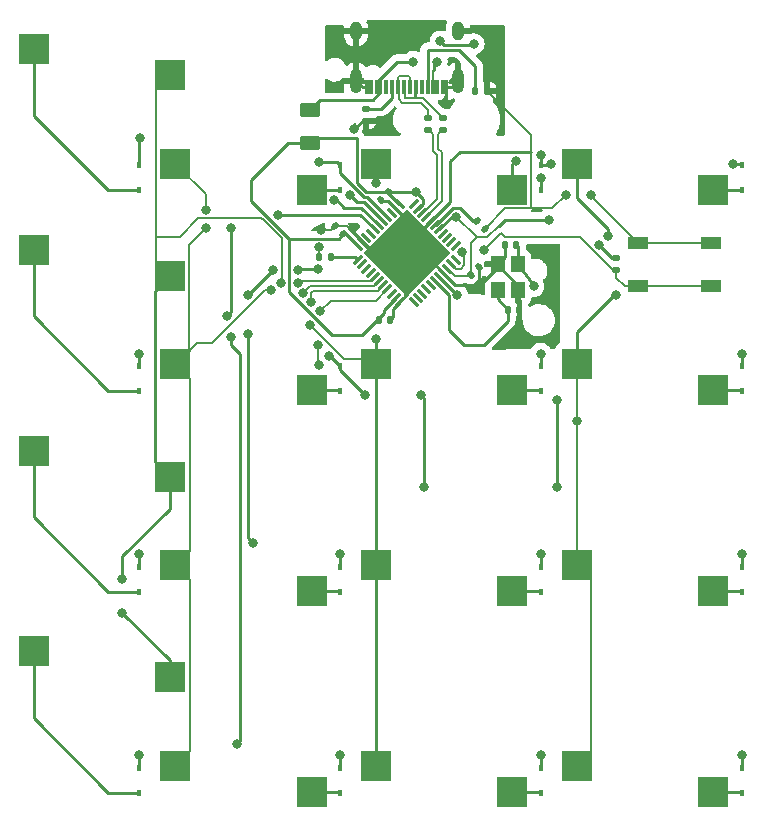
<source format=gbr>
%TF.GenerationSoftware,KiCad,Pcbnew,(6.0.4-0)*%
%TF.CreationDate,2023-01-14T23:55:11-06:00*%
%TF.ProjectId,kowgary16_cfx,6b6f7767-6172-4793-9136-5f6366782e6b,rev?*%
%TF.SameCoordinates,Original*%
%TF.FileFunction,Copper,L2,Bot*%
%TF.FilePolarity,Positive*%
%FSLAX46Y46*%
G04 Gerber Fmt 4.6, Leading zero omitted, Abs format (unit mm)*
G04 Created by KiCad (PCBNEW (6.0.4-0)) date 2023-01-14 23:55:11*
%MOMM*%
%LPD*%
G01*
G04 APERTURE LIST*
G04 Aperture macros list*
%AMRoundRect*
0 Rectangle with rounded corners*
0 $1 Rounding radius*
0 $2 $3 $4 $5 $6 $7 $8 $9 X,Y pos of 4 corners*
0 Add a 4 corners polygon primitive as box body*
4,1,4,$2,$3,$4,$5,$6,$7,$8,$9,$2,$3,0*
0 Add four circle primitives for the rounded corners*
1,1,$1+$1,$2,$3*
1,1,$1+$1,$4,$5*
1,1,$1+$1,$6,$7*
1,1,$1+$1,$8,$9*
0 Add four rect primitives between the rounded corners*
20,1,$1+$1,$2,$3,$4,$5,0*
20,1,$1+$1,$4,$5,$6,$7,0*
20,1,$1+$1,$6,$7,$8,$9,0*
20,1,$1+$1,$8,$9,$2,$3,0*%
%AMRotRect*
0 Rectangle, with rotation*
0 The origin of the aperture is its center*
0 $1 length*
0 $2 width*
0 $3 Rotation angle, in degrees counterclockwise*
0 Add horizontal line*
21,1,$1,$2,0,0,$3*%
G04 Aperture macros list end*
%TA.AperFunction,SMDPad,CuDef*%
%ADD10R,2.600000X2.600000*%
%TD*%
%TA.AperFunction,SMDPad,CuDef*%
%ADD11R,0.450000X0.600000*%
%TD*%
%TA.AperFunction,SMDPad,CuDef*%
%ADD12RoundRect,0.140000X0.219203X0.021213X0.021213X0.219203X-0.219203X-0.021213X-0.021213X-0.219203X0*%
%TD*%
%TA.AperFunction,SMDPad,CuDef*%
%ADD13RoundRect,0.135000X-0.185000X0.135000X-0.185000X-0.135000X0.185000X-0.135000X0.185000X0.135000X0*%
%TD*%
%TA.AperFunction,SMDPad,CuDef*%
%ADD14RoundRect,0.140000X0.021213X-0.219203X0.219203X-0.021213X-0.021213X0.219203X-0.219203X0.021213X0*%
%TD*%
%TA.AperFunction,SMDPad,CuDef*%
%ADD15RoundRect,0.062500X0.291682X0.380070X-0.380070X-0.291682X-0.291682X-0.380070X0.380070X0.291682X0*%
%TD*%
%TA.AperFunction,SMDPad,CuDef*%
%ADD16RoundRect,0.062500X-0.291682X0.380070X-0.380070X0.291682X0.291682X-0.380070X0.380070X-0.291682X0*%
%TD*%
%TA.AperFunction,SMDPad,CuDef*%
%ADD17RotRect,5.200000X5.200000X225.000000*%
%TD*%
%TA.AperFunction,SMDPad,CuDef*%
%ADD18RoundRect,0.140000X-0.140000X-0.170000X0.140000X-0.170000X0.140000X0.170000X-0.140000X0.170000X0*%
%TD*%
%TA.AperFunction,SMDPad,CuDef*%
%ADD19R,1.200000X1.400000*%
%TD*%
%TA.AperFunction,SMDPad,CuDef*%
%ADD20RoundRect,0.140000X-0.021213X0.219203X-0.219203X0.021213X0.021213X-0.219203X0.219203X-0.021213X0*%
%TD*%
%TA.AperFunction,SMDPad,CuDef*%
%ADD21RoundRect,0.135000X0.135000X0.185000X-0.135000X0.185000X-0.135000X-0.185000X0.135000X-0.185000X0*%
%TD*%
%TA.AperFunction,SMDPad,CuDef*%
%ADD22R,1.800000X1.100000*%
%TD*%
%TA.AperFunction,SMDPad,CuDef*%
%ADD23RoundRect,0.135000X-0.135000X-0.185000X0.135000X-0.185000X0.135000X0.185000X-0.135000X0.185000X0*%
%TD*%
%TA.AperFunction,SMDPad,CuDef*%
%ADD24RoundRect,0.140000X0.140000X0.170000X-0.140000X0.170000X-0.140000X-0.170000X0.140000X-0.170000X0*%
%TD*%
%TA.AperFunction,SMDPad,CuDef*%
%ADD25R,0.300000X1.150000*%
%TD*%
%TA.AperFunction,ComponentPad*%
%ADD26O,1.000000X2.100000*%
%TD*%
%TA.AperFunction,ComponentPad*%
%ADD27O,1.000000X1.600000*%
%TD*%
%TA.AperFunction,SMDPad,CuDef*%
%ADD28RoundRect,0.250000X-0.625000X0.375000X-0.625000X-0.375000X0.625000X-0.375000X0.625000X0.375000X0*%
%TD*%
%TA.AperFunction,SMDPad,CuDef*%
%ADD29RoundRect,0.140000X-0.219203X-0.021213X-0.021213X-0.219203X0.219203X0.021213X0.021213X0.219203X0*%
%TD*%
%TA.AperFunction,ViaPad*%
%ADD30C,0.800000*%
%TD*%
%TA.AperFunction,Conductor*%
%ADD31C,0.250000*%
%TD*%
%TA.AperFunction,Conductor*%
%ADD32C,0.200000*%
%TD*%
G04 APERTURE END LIST*
D10*
%TO.P,SW23,1,1*%
%TO.N,Net-(D23-Pad2)*%
X120149945Y-63324973D03*
%TO.P,SW23,2,2*%
%TO.N,col3*%
X108599945Y-61124973D03*
%TD*%
%TO.P,SW13,1,1*%
%TO.N,Net-(D13-Pad2)*%
X120149945Y-46324981D03*
%TO.P,SW13,2,2*%
%TO.N,col3*%
X108599945Y-44124981D03*
%TD*%
%TO.P,SW4,1,1*%
%TO.N,Net-(D4-Pad2)*%
X137149937Y-29324989D03*
%TO.P,SW4,2,2*%
%TO.N,col4*%
X125599937Y-27124989D03*
%TD*%
%TO.P,SW1,1,1*%
%TO.N,Net-(D1-Pad2)*%
X79599961Y-17424989D03*
%TO.P,SW1,2,2*%
%TO.N,col1*%
X91149961Y-19624989D03*
%TD*%
%TO.P,SW34,1,1*%
%TO.N,Net-(D34-Pad2)*%
X137149937Y-80324965D03*
%TO.P,SW34,2,2*%
%TO.N,col4*%
X125599937Y-78124965D03*
%TD*%
%TO.P,SW33,1,1*%
%TO.N,Net-(D33-Pad2)*%
X120149945Y-80324965D03*
%TO.P,SW33,2,2*%
%TO.N,col3*%
X108599945Y-78124965D03*
%TD*%
%TO.P,SW24,1,1*%
%TO.N,Net-(D24-Pad2)*%
X137149937Y-63324973D03*
%TO.P,SW24,2,2*%
%TO.N,col4*%
X125599937Y-61124973D03*
%TD*%
%TO.P,SW32,1,1*%
%TO.N,Net-(D32-Pad2)*%
X103149953Y-80324965D03*
%TO.P,SW32,2,2*%
%TO.N,col2*%
X91599953Y-78124965D03*
%TD*%
%TO.P,SW31,1,1*%
%TO.N,Net-(D31-Pad2)*%
X79599961Y-68424965D03*
%TO.P,SW31,2,2*%
%TO.N,col1*%
X91149961Y-70624965D03*
%TD*%
%TO.P,SW3,1,1*%
%TO.N,Net-(D3-Pad2)*%
X120149945Y-29324989D03*
%TO.P,SW3,2,2*%
%TO.N,col3*%
X108599945Y-27124989D03*
%TD*%
%TO.P,SW14,1,1*%
%TO.N,Net-(D14-Pad2)*%
X137149937Y-46324981D03*
%TO.P,SW14,2,2*%
%TO.N,col4*%
X125599937Y-44124981D03*
%TD*%
%TO.P,SW21,1,1*%
%TO.N,Net-(D21-Pad2)*%
X79599961Y-51424973D03*
%TO.P,SW21,2,2*%
%TO.N,col1*%
X91149961Y-53624973D03*
%TD*%
%TO.P,SW2,1,1*%
%TO.N,Net-(D2-Pad2)*%
X103149953Y-29324989D03*
%TO.P,SW2,2,2*%
%TO.N,col2*%
X91599953Y-27124989D03*
%TD*%
%TO.P,SW12,1,1*%
%TO.N,Net-(D12-Pad2)*%
X103149953Y-46324981D03*
%TO.P,SW12,2,2*%
%TO.N,col2*%
X91599953Y-44124981D03*
%TD*%
%TO.P,SW22,1,1*%
%TO.N,Net-(D22-Pad2)*%
X103149953Y-63324973D03*
%TO.P,SW22,2,2*%
%TO.N,col2*%
X91599953Y-61124973D03*
%TD*%
%TO.P,SW11,1,1*%
%TO.N,Net-(D11-Pad2)*%
X79599961Y-34424981D03*
%TO.P,SW11,2,2*%
%TO.N,col1*%
X91149961Y-36624981D03*
%TD*%
D11*
%TO.P,D31,1,K*%
%TO.N,row4*%
X88541625Y-78283296D03*
%TO.P,D31,2,A*%
%TO.N,Net-(D31-Pad2)*%
X88541625Y-80383296D03*
%TD*%
%TO.P,D34,1,K*%
%TO.N,row4*%
X139541601Y-78283296D03*
%TO.P,D34,2,A*%
%TO.N,Net-(D34-Pad2)*%
X139541601Y-80383296D03*
%TD*%
D12*
%TO.P,C5,1*%
%TO.N,+5V*%
X105839411Y-33089411D03*
%TO.P,C5,2*%
%TO.N,GND*%
X105160589Y-32410589D03*
%TD*%
D13*
%TO.P,R4,1*%
%TO.N,D+*%
X114250000Y-23240000D03*
%TO.P,R4,2*%
%TO.N,D_res+*%
X114250000Y-24260000D03*
%TD*%
D11*
%TO.P,D11,1,K*%
%TO.N,row2*%
X88541625Y-44283312D03*
%TO.P,D11,2,A*%
%TO.N,Net-(D11-Pad2)*%
X88541625Y-46383312D03*
%TD*%
%TO.P,D22,1,K*%
%TO.N,row3*%
X105541617Y-61283304D03*
%TO.P,D22,2,A*%
%TO.N,Net-(D22-Pad2)*%
X105541617Y-63383304D03*
%TD*%
%TO.P,D24,1,K*%
%TO.N,row3*%
X139541601Y-61283304D03*
%TO.P,D24,2,A*%
%TO.N,Net-(D24-Pad2)*%
X139541601Y-63383304D03*
%TD*%
D14*
%TO.P,C4,1*%
%TO.N,+5V*%
X116660589Y-36539411D03*
%TO.P,C4,2*%
%TO.N,GND*%
X117339411Y-35860589D03*
%TD*%
D15*
%TO.P,U1,1,PE6*%
%TO.N,unconnected-(U1-Pad1)*%
X111800483Y-30580581D03*
%TO.P,U1,2,UVCC*%
%TO.N,+5V*%
X112154036Y-30934135D03*
%TO.P,U1,3,D-*%
%TO.N,D_res-*%
X112507590Y-31287688D03*
%TO.P,U1,4,D+*%
%TO.N,D_res+*%
X112861143Y-31641241D03*
%TO.P,U1,5,UGND*%
%TO.N,GND*%
X113214696Y-31994795D03*
%TO.P,U1,6,UCAP*%
%TO.N,Net-(C3-Pad1)*%
X113568250Y-32348348D03*
%TO.P,U1,7,VBUS*%
%TO.N,+5V*%
X113921803Y-32701902D03*
%TO.P,U1,8,PB0*%
%TO.N,unconnected-(U1-Pad8)*%
X114275357Y-33055455D03*
%TO.P,U1,9,PB1*%
%TO.N,unconnected-(U1-Pad9)*%
X114628910Y-33409008D03*
%TO.P,U1,10,PB2*%
%TO.N,unconnected-(U1-Pad10)*%
X114982463Y-33762562D03*
%TO.P,U1,11,PB3*%
%TO.N,unconnected-(U1-Pad11)*%
X115336017Y-34116115D03*
D16*
%TO.P,U1,12,PB7*%
%TO.N,unconnected-(U1-Pad12)*%
X115336017Y-35300519D03*
%TO.P,U1,13,~{RESET}*%
%TO.N,Net-(B1-Pad2)*%
X114982463Y-35654072D03*
%TO.P,U1,14,VCC*%
%TO.N,+5V*%
X114628910Y-36007626D03*
%TO.P,U1,15,GND*%
%TO.N,GND*%
X114275357Y-36361179D03*
%TO.P,U1,16,XTAL2*%
%TO.N,Net-(C2-Pad2)*%
X113921803Y-36714732D03*
%TO.P,U1,17,XTAL1*%
%TO.N,Net-(C1-Pad2)*%
X113568250Y-37068286D03*
%TO.P,U1,18,PD0*%
%TO.N,unconnected-(U1-Pad18)*%
X113214696Y-37421839D03*
%TO.P,U1,19,PD1*%
%TO.N,unconnected-(U1-Pad19)*%
X112861143Y-37775393D03*
%TO.P,U1,20,PD2*%
%TO.N,unconnected-(U1-Pad20)*%
X112507590Y-38128946D03*
%TO.P,U1,21,PD3*%
%TO.N,unconnected-(U1-Pad21)*%
X112154036Y-38482499D03*
%TO.P,U1,22,PD5*%
%TO.N,unconnected-(U1-Pad22)*%
X111800483Y-38836053D03*
D15*
%TO.P,U1,23,GND*%
%TO.N,GND*%
X110616079Y-38836053D03*
%TO.P,U1,24,AVCC*%
%TO.N,+5V*%
X110262526Y-38482499D03*
%TO.P,U1,25,PD4*%
%TO.N,unconnected-(U1-Pad25)*%
X109908972Y-38128946D03*
%TO.P,U1,26,PD6*%
%TO.N,col4*%
X109555419Y-37775393D03*
%TO.P,U1,27,PD7*%
%TO.N,col3*%
X109201866Y-37421839D03*
%TO.P,U1,28,PB4*%
%TO.N,col2*%
X108848312Y-37068286D03*
%TO.P,U1,29,PB5*%
%TO.N,col1*%
X108494759Y-36714732D03*
%TO.P,U1,30,PB6*%
%TO.N,unconnected-(U1-Pad30)*%
X108141205Y-36361179D03*
%TO.P,U1,31,PC6*%
%TO.N,unconnected-(U1-Pad31)*%
X107787652Y-36007626D03*
%TO.P,U1,32,PC7*%
%TO.N,unconnected-(U1-Pad32)*%
X107434099Y-35654072D03*
%TO.P,U1,33,~{HWB}/PE2*%
%TO.N,Net-(R6-Pad1)*%
X107080545Y-35300519D03*
D16*
%TO.P,U1,34,VCC*%
%TO.N,+5V*%
X107080545Y-34116115D03*
%TO.P,U1,35,GND*%
%TO.N,GND*%
X107434099Y-33762562D03*
%TO.P,U1,36,PF7*%
%TO.N,unconnected-(U1-Pad36)*%
X107787652Y-33409008D03*
%TO.P,U1,37,PF6*%
%TO.N,unconnected-(U1-Pad37)*%
X108141205Y-33055455D03*
%TO.P,U1,38,PF5*%
%TO.N,row4*%
X108494759Y-32701902D03*
%TO.P,U1,39,PF4*%
%TO.N,row3*%
X108848312Y-32348348D03*
%TO.P,U1,40,PF1*%
%TO.N,row2*%
X109201866Y-31994795D03*
%TO.P,U1,41,PF0*%
%TO.N,row1*%
X109555419Y-31641241D03*
%TO.P,U1,42,AREF*%
%TO.N,unconnected-(U1-Pad42)*%
X109908972Y-31287688D03*
%TO.P,U1,43,GND*%
%TO.N,GND*%
X110262526Y-30934135D03*
%TO.P,U1,44,AVCC*%
%TO.N,+5V*%
X110616079Y-30580581D03*
D17*
%TO.P,U1,45,GND*%
%TO.N,GND*%
X111208281Y-34708317D03*
%TD*%
D11*
%TO.P,D4,1,K*%
%TO.N,row1*%
X139541601Y-27283320D03*
%TO.P,D4,2,A*%
%TO.N,Net-(D4-Pad2)*%
X139541601Y-29383320D03*
%TD*%
%TO.P,D33,1,K*%
%TO.N,row4*%
X122541609Y-78283296D03*
%TO.P,D33,2,A*%
%TO.N,Net-(D33-Pad2)*%
X122541609Y-80383296D03*
%TD*%
%TO.P,D21,1,K*%
%TO.N,row3*%
X88541625Y-61283304D03*
%TO.P,D21,2,A*%
%TO.N,Net-(D21-Pad2)*%
X88541625Y-63383304D03*
%TD*%
D18*
%TO.P,C2,1*%
%TO.N,GND*%
X119520000Y-34000000D03*
%TO.P,C2,2*%
%TO.N,Net-(C2-Pad2)*%
X120480000Y-34000000D03*
%TD*%
D19*
%TO.P,Y1,1,1*%
%TO.N,Net-(C1-Pad2)*%
X118900000Y-37850000D03*
%TO.P,Y1,2,2*%
%TO.N,GND*%
X118900000Y-35650000D03*
%TO.P,Y1,3,3*%
%TO.N,Net-(C2-Pad2)*%
X120600000Y-35650000D03*
%TO.P,Y1,4,4*%
%TO.N,GND*%
X120600000Y-37850000D03*
%TD*%
D11*
%TO.P,D32,1,K*%
%TO.N,row4*%
X105541617Y-78283296D03*
%TO.P,D32,2,A*%
%TO.N,Net-(D32-Pad2)*%
X105541617Y-80383296D03*
%TD*%
D13*
%TO.P,R5,1*%
%TO.N,D-*%
X113000000Y-23240000D03*
%TO.P,R5,2*%
%TO.N,D_res-*%
X113000000Y-24260000D03*
%TD*%
D11*
%TO.P,D14,1,K*%
%TO.N,row2*%
X139541601Y-44283312D03*
%TO.P,D14,2,A*%
%TO.N,Net-(D14-Pad2)*%
X139541601Y-46383312D03*
%TD*%
D20*
%TO.P,C7,1*%
%TO.N,+5V*%
X109689411Y-29535589D03*
%TO.P,C7,2*%
%TO.N,GND*%
X109010589Y-30214411D03*
%TD*%
D21*
%TO.P,R6,1*%
%TO.N,Net-(R6-Pad1)*%
X104760000Y-35000000D03*
%TO.P,R6,2*%
%TO.N,GND*%
X103740000Y-35000000D03*
%TD*%
D11*
%TO.P,D13,1,K*%
%TO.N,row2*%
X122541609Y-44283312D03*
%TO.P,D13,2,A*%
%TO.N,Net-(D13-Pad2)*%
X122541609Y-46383312D03*
%TD*%
D22*
%TO.P,B1,1,1*%
%TO.N,GND*%
X136940000Y-33820000D03*
X130740000Y-33820000D03*
%TO.P,B1,2,2*%
%TO.N,Net-(B1-Pad2)*%
X136940000Y-37520000D03*
X130740000Y-37520000D03*
%TD*%
D11*
%TO.P,D1,1,K*%
%TO.N,row1*%
X88541625Y-27283320D03*
%TO.P,D1,2,A*%
%TO.N,Net-(D1-Pad2)*%
X88541625Y-29383320D03*
%TD*%
%TO.P,D3,1,K*%
%TO.N,row1*%
X122541609Y-27283320D03*
%TO.P,D3,2,A*%
%TO.N,Net-(D3-Pad2)*%
X122541609Y-29383320D03*
%TD*%
D18*
%TO.P,C6,1*%
%TO.N,+5V*%
X108831615Y-40374981D03*
%TO.P,C6,2*%
%TO.N,GND*%
X109791615Y-40374981D03*
%TD*%
D23*
%TO.P,R3,1*%
%TO.N,Net-(J1-PadB5)*%
X116990000Y-21000000D03*
%TO.P,R3,2*%
%TO.N,GND*%
X118010000Y-21000000D03*
%TD*%
D11*
%TO.P,D23,1,K*%
%TO.N,row3*%
X122541609Y-61283304D03*
%TO.P,D23,2,A*%
%TO.N,Net-(D23-Pad2)*%
X122541609Y-63383304D03*
%TD*%
D24*
%TO.P,C1,1*%
%TO.N,GND*%
X120730000Y-39500000D03*
%TO.P,C1,2*%
%TO.N,Net-(C1-Pad2)*%
X119770000Y-39500000D03*
%TD*%
D25*
%TO.P,J1,A1,GND*%
%TO.N,GND*%
X107858281Y-20669992D03*
%TO.P,J1,A4,VBUS*%
%TO.N,VBUS*%
X108658281Y-20669992D03*
%TO.P,J1,A5,CC1*%
%TO.N,Net-(J1-PadA5)*%
X109958281Y-20669992D03*
%TO.P,J1,A6,D+*%
%TO.N,D+*%
X110958281Y-20669992D03*
%TO.P,J1,A7,D-*%
%TO.N,D-*%
X111458281Y-20669992D03*
%TO.P,J1,A8,SBU1*%
%TO.N,unconnected-(J1-PadA8)*%
X112458281Y-20669992D03*
%TO.P,J1,A9,VBUS*%
%TO.N,VBUS*%
X113758281Y-20669992D03*
%TO.P,J1,A12,GND*%
%TO.N,GND*%
X114558281Y-20669992D03*
%TO.P,J1,B1,GND*%
X114258281Y-20669992D03*
%TO.P,J1,B4,VBUS*%
%TO.N,VBUS*%
X113458281Y-20669992D03*
%TO.P,J1,B5,CC2*%
%TO.N,Net-(J1-PadB5)*%
X112958281Y-20669992D03*
%TO.P,J1,B6,D+*%
%TO.N,D+*%
X111958281Y-20669992D03*
%TO.P,J1,B7,D-*%
%TO.N,D-*%
X110458281Y-20669992D03*
%TO.P,J1,B8,SBU2*%
%TO.N,unconnected-(J1-PadB8)*%
X109458281Y-20669992D03*
%TO.P,J1,B9,VBUS*%
%TO.N,VBUS*%
X108958281Y-20669992D03*
%TO.P,J1,B12,GND*%
%TO.N,GND*%
X108158281Y-20669992D03*
D26*
%TO.P,J1,S1,SHIELD*%
X106888281Y-20104992D03*
D27*
X106888281Y-15924992D03*
X115528281Y-15924992D03*
D26*
X115528281Y-20104992D03*
%TD*%
D11*
%TO.P,D12,1,K*%
%TO.N,row2*%
X105541617Y-44283312D03*
%TO.P,D12,2,A*%
%TO.N,Net-(D12-Pad2)*%
X105541617Y-46383312D03*
%TD*%
D28*
%TO.P,F1,1*%
%TO.N,VBUS*%
X103000000Y-22600000D03*
%TO.P,F1,2*%
%TO.N,+5V*%
X103000000Y-25400000D03*
%TD*%
D29*
%TO.P,C3,1*%
%TO.N,Net-(C3-Pad1)*%
X117140589Y-31980589D03*
%TO.P,C3,2*%
%TO.N,GND*%
X117819411Y-32659411D03*
%TD*%
D13*
%TO.P,R2,1*%
%TO.N,Net-(J1-PadA5)*%
X107750000Y-22480000D03*
%TO.P,R2,2*%
%TO.N,GND*%
X107750000Y-23500000D03*
%TD*%
%TO.P,R1,1*%
%TO.N,+5V*%
X128950000Y-35100000D03*
%TO.P,R1,2*%
%TO.N,Net-(B1-Pad2)*%
X128950000Y-36120000D03*
%TD*%
D11*
%TO.P,D2,1,K*%
%TO.N,row1*%
X105541617Y-27283320D03*
%TO.P,D2,2,A*%
%TO.N,Net-(D2-Pad2)*%
X105541617Y-29383320D03*
%TD*%
D30*
%TO.N,col2*%
X94208289Y-31037799D03*
X94208289Y-32583318D03*
%TO.N,col1*%
X87124959Y-62333304D03*
X87124959Y-65166636D03*
%TO.N,GND*%
X103800000Y-34224500D03*
X126791607Y-29749986D03*
X106760000Y-24220000D03*
X103900000Y-32775500D03*
X124666608Y-29749986D03*
%TO.N,Net-(B1-Pad2)*%
X117760089Y-34400000D03*
X115838365Y-34638365D03*
%TO.N,Net-(C2-Pad2)*%
X121934486Y-37521348D03*
X115474446Y-38249982D03*
%TO.N,+5V*%
X111938982Y-29500000D03*
X115400000Y-31614500D03*
X123249942Y-31874985D03*
X127499940Y-33999984D03*
%TO.N,row1*%
X114041613Y-16775500D03*
X123400000Y-27200000D03*
X116874945Y-16999992D03*
X122600000Y-26400000D03*
X88600000Y-25000000D03*
X103800000Y-27000000D03*
X138800000Y-27200000D03*
%TO.N,Net-(D3-Pad2)*%
X122541609Y-28333320D03*
X120416610Y-26916654D03*
%TO.N,row2*%
X106356406Y-29790789D03*
X122541609Y-43208313D03*
X112425408Y-46749978D03*
X107666616Y-46749978D03*
X123958275Y-47100980D03*
X88541625Y-43208313D03*
X139541601Y-43208313D03*
X123958275Y-54541641D03*
X112624947Y-54541641D03*
X104626176Y-43415420D03*
%TO.N,row3*%
X98208767Y-59250452D03*
X103703597Y-36061495D03*
X97749954Y-38249982D03*
X105049454Y-30220001D03*
X122541609Y-60208305D03*
X101999952Y-36124983D03*
X97749954Y-41574981D03*
X105541617Y-60208305D03*
X139541601Y-60208305D03*
X99874953Y-36124983D03*
X88541625Y-60208305D03*
%TO.N,row4*%
X122541609Y-77208297D03*
X95984531Y-40026225D03*
X96333288Y-32583318D03*
X88541625Y-77208297D03*
X96792101Y-76250444D03*
X105541617Y-77208297D03*
X139541601Y-77208297D03*
X100262268Y-31487670D03*
X96333288Y-41791647D03*
%TO.N,VBUS*%
X113750000Y-18500000D03*
X111750000Y-18500000D03*
%TO.N,col1*%
X100525500Y-37200000D03*
X101974500Y-37200000D03*
%TO.N,col2*%
X99735416Y-37812187D03*
X102397256Y-38105693D03*
%TO.N,col3*%
X103000000Y-40800000D03*
X108600000Y-42000000D03*
X103104011Y-38812449D03*
X108599945Y-28775500D03*
%TO.N,col4*%
X128208273Y-33291651D03*
X125600000Y-48899500D03*
X103887548Y-39595985D03*
X128916606Y-38249982D03*
X103705378Y-42494622D03*
X103800000Y-44200000D03*
%TD*%
D31*
%TO.N,GND*%
X110616079Y-38836053D02*
X110616079Y-38801377D01*
X110616079Y-38801377D02*
X111208281Y-38209175D01*
X111208281Y-38209175D02*
X111208281Y-34708317D01*
D32*
%TO.N,col2*%
X94208289Y-29733325D02*
X91599953Y-27124989D01*
%TO.N,GND*%
X121749456Y-30920544D02*
X121749456Y-26124501D01*
X121749456Y-26124501D02*
X121749456Y-24739456D01*
D31*
X114873957Y-26916654D02*
X115666110Y-26124501D01*
X115666110Y-26124501D02*
X121749456Y-26124501D01*
X114873957Y-30335534D02*
X114873957Y-26916654D01*
X113214696Y-31994795D02*
X114873957Y-30335534D01*
D32*
X121749456Y-30920544D02*
X123496050Y-30920544D01*
X119554322Y-30924500D02*
X121745500Y-30924500D01*
%TO.N,col2*%
X92791623Y-33999984D02*
X94208289Y-32583318D01*
X91599953Y-44124981D02*
X92791623Y-42933311D01*
X92791623Y-42933311D02*
X92791623Y-33999984D01*
X94208289Y-31037799D02*
X94208289Y-29733325D01*
%TO.N,col4*%
X125599937Y-61124973D02*
X126824462Y-62349498D01*
X126824462Y-62349498D02*
X126824462Y-76900440D01*
X126824462Y-76900440D02*
X125599937Y-78124965D01*
D31*
%TO.N,col1*%
X91149961Y-70624965D02*
X91149961Y-69191638D01*
X91149961Y-69191638D02*
X87124959Y-65166636D01*
X87124959Y-62333304D02*
X87124959Y-60357983D01*
X87124959Y-60357983D02*
X91149961Y-56332981D01*
X91149961Y-56332981D02*
X91149961Y-53624973D01*
D32*
%TO.N,col2*%
X91599953Y-78124965D02*
X92824478Y-76900440D01*
X92824478Y-76900440D02*
X92824478Y-62349498D01*
X92824478Y-62349498D02*
X91599953Y-61124973D01*
%TO.N,col1*%
X89925436Y-35400456D02*
X89925436Y-33258796D01*
X89925436Y-33258796D02*
X89925436Y-20849514D01*
X89991146Y-33324506D02*
X89925436Y-33258796D01*
X98462701Y-31737299D02*
X93562576Y-31737299D01*
X93562576Y-31737299D02*
X91975369Y-33324506D01*
X91975369Y-33324506D02*
X89991146Y-33324506D01*
X91149961Y-36624981D02*
X89925436Y-35400456D01*
X89925436Y-20849514D02*
X91149961Y-19624989D01*
D31*
%TO.N,GND*%
X110262526Y-30934135D02*
X109617802Y-30289411D01*
D32*
X105171178Y-32400000D02*
X106178282Y-32400000D01*
X105160589Y-32410589D02*
X105171178Y-32400000D01*
D31*
X111029615Y-37299615D02*
X106250934Y-32520934D01*
X118900000Y-35750000D02*
X120600000Y-37450000D01*
X109617802Y-30289411D02*
X109085589Y-30289411D01*
X108379854Y-34708317D02*
X111208281Y-34708317D01*
D32*
X126791607Y-29871607D02*
X130740000Y-33820000D01*
D31*
X110616079Y-38836053D02*
X110030000Y-39422132D01*
X116921510Y-37378490D02*
X117422488Y-37378490D01*
X114275357Y-36361179D02*
X112622495Y-34708317D01*
X120600000Y-37450000D02*
X120600000Y-37850000D01*
D32*
X121745500Y-30924500D02*
X121749456Y-30920544D01*
D31*
X107480000Y-23500000D02*
X106760000Y-24220000D01*
X107453281Y-20669992D02*
X106888281Y-20104992D01*
D32*
X103740000Y-34284500D02*
X103800000Y-34224500D01*
D31*
X114963281Y-20669992D02*
X115528281Y-20104992D01*
X113214696Y-31994795D02*
X111208281Y-34001210D01*
X110030000Y-40136596D02*
X109791615Y-40374981D01*
D32*
X121749456Y-24739456D02*
X118010000Y-21000000D01*
D31*
X110262526Y-30934135D02*
X111208281Y-31879890D01*
X117344311Y-36955689D02*
X116921510Y-37378490D01*
X111208281Y-34001210D02*
X111208281Y-34708317D01*
X119520000Y-35030000D02*
X118900000Y-35650000D01*
D32*
X106178282Y-32400000D02*
X108486599Y-34708317D01*
D31*
X108158281Y-20669992D02*
X107453281Y-20669992D01*
X114275357Y-36361179D02*
X115292668Y-37378490D01*
D32*
X130740000Y-33820000D02*
X136940000Y-33820000D01*
D31*
X118900000Y-35900978D02*
X118900000Y-35650000D01*
X120730000Y-37980000D02*
X120600000Y-37850000D01*
X120730000Y-39500000D02*
X120730000Y-37980000D01*
D32*
X108486599Y-34708317D02*
X111208281Y-34708317D01*
X117819411Y-32659411D02*
X119554322Y-30924500D01*
D31*
X119520000Y-34000000D02*
X119520000Y-35030000D01*
X114258281Y-20669992D02*
X114963281Y-20669992D01*
X112622495Y-34708317D02*
X111208281Y-34708317D01*
D32*
X103900000Y-32775500D02*
X104795678Y-32775500D01*
D31*
X117344311Y-35865489D02*
X117344311Y-36955689D01*
X110030000Y-39422132D02*
X110030000Y-40136596D01*
X111029615Y-38422517D02*
X111029615Y-37299615D01*
X109085589Y-30289411D02*
X109010589Y-30214411D01*
X115292668Y-37378490D02*
X116921510Y-37378490D01*
X117422488Y-37378490D02*
X118900000Y-35900978D01*
X118900000Y-35650000D02*
X118900000Y-35750000D01*
D32*
X123496050Y-30920544D02*
X124666608Y-29749986D01*
X103740000Y-35000000D02*
X103740000Y-34284500D01*
D31*
X107750000Y-23500000D02*
X107480000Y-23500000D01*
D32*
X126791607Y-29749986D02*
X126791607Y-29871607D01*
D31*
X117339411Y-35860589D02*
X117344311Y-35865489D01*
X107434099Y-33762562D02*
X108379854Y-34708317D01*
D32*
X104795678Y-32775500D02*
X105160589Y-32410589D01*
D31*
X111208281Y-31879890D02*
X111208281Y-34708317D01*
D32*
%TO.N,Net-(B1-Pad2)*%
X115371000Y-36042609D02*
X115777653Y-36042609D01*
X125835203Y-33324506D02*
X128630697Y-36120000D01*
X114982463Y-35654072D02*
X115371000Y-36042609D01*
X129640000Y-37520000D02*
X130740000Y-37520000D01*
X119494506Y-33324506D02*
X125835203Y-33324506D01*
X115777653Y-36042609D02*
X116078107Y-35742155D01*
X128950000Y-36830000D02*
X129640000Y-37520000D01*
X128950000Y-36120000D02*
X128950000Y-36830000D01*
X128630697Y-36120000D02*
X128950000Y-36120000D01*
X116078107Y-35742155D02*
X116078107Y-34878107D01*
X117760089Y-34400000D02*
X117770000Y-34400000D01*
X119170000Y-33000000D02*
X119494506Y-33324506D01*
X117770000Y-34400000D02*
X119170000Y-33000000D01*
X116078107Y-34878107D02*
X115838365Y-34638365D01*
X130740000Y-37520000D02*
X136940000Y-37520000D01*
D31*
%TO.N,Net-(C1-Pad2)*%
X114749946Y-38249982D02*
X114749946Y-41204305D01*
X119770000Y-40434249D02*
X119770000Y-39500000D01*
X118900000Y-37850000D02*
X118900000Y-38630000D01*
X113568250Y-37068286D02*
X114749946Y-38249982D01*
X114749946Y-41204305D02*
X116009643Y-42464002D01*
X116009643Y-42464002D02*
X117740247Y-42464002D01*
X117740247Y-42464002D02*
X119770000Y-40434249D01*
X118900000Y-38630000D02*
X119770000Y-39500000D01*
%TO.N,Net-(C2-Pad2)*%
X121934486Y-37521348D02*
X120600000Y-35650000D01*
X120600000Y-34120000D02*
X120480000Y-34000000D01*
X115433478Y-38226407D02*
X115450871Y-38226407D01*
X113921803Y-36714732D02*
X115433478Y-38226407D01*
X115450871Y-38226407D02*
X115474446Y-38249982D01*
X120600000Y-35650000D02*
X120600000Y-34120000D01*
%TO.N,Net-(C3-Pad1)*%
X116810589Y-31980589D02*
X117140589Y-31980589D01*
X113568250Y-32348348D02*
X113639641Y-32348348D01*
X113639641Y-32348348D02*
X115097989Y-30890000D01*
X115097989Y-30890000D02*
X115720000Y-30890000D01*
X115720000Y-30890000D02*
X116810589Y-31980589D01*
%TO.N,+5V*%
X128599956Y-35100000D02*
X127499940Y-33999984D01*
X105839411Y-33089411D02*
X106053841Y-33089411D01*
X98000432Y-28548536D02*
X98000432Y-30250432D01*
X104876964Y-41610000D02*
X107376930Y-41610000D01*
X119515015Y-31874985D02*
X119009520Y-32380480D01*
X107376930Y-41610000D02*
X109230000Y-39756930D01*
X113921803Y-32701902D02*
X115009205Y-31614500D01*
D32*
X117145500Y-33360000D02*
X118030000Y-33360000D01*
D31*
X110580581Y-30580581D02*
X109500000Y-29500000D01*
X109230000Y-39515025D02*
X110262526Y-38482499D01*
X112154036Y-30934135D02*
X112567572Y-30520599D01*
X107725934Y-29500000D02*
X106975434Y-28749500D01*
X106053841Y-33089411D02*
X107080545Y-34116115D01*
X109500000Y-29500000D02*
X107725934Y-29500000D01*
X101250000Y-33500000D02*
X105428822Y-33500000D01*
X110616079Y-30580581D02*
X110580581Y-30580581D01*
X112567572Y-30128590D02*
X111938982Y-29500000D01*
X101148968Y-25400000D02*
X98000432Y-28548536D01*
X109230000Y-39750000D02*
X109230000Y-39515025D01*
D32*
X116660589Y-33844911D02*
X117145500Y-33360000D01*
D31*
X103000000Y-25400000D02*
X101148968Y-25400000D01*
X106975434Y-24944511D02*
X103455489Y-24944511D01*
X111938982Y-29500000D02*
X109500000Y-29500000D01*
D32*
X115251284Y-36630000D02*
X116570000Y-36630000D01*
D31*
X112567572Y-30520599D02*
X112567572Y-30128590D01*
X103455489Y-24944511D02*
X103000000Y-25400000D01*
X128950000Y-35100000D02*
X128599956Y-35100000D01*
D32*
X115400000Y-31614500D02*
X117145500Y-33360000D01*
D31*
X109230000Y-39756930D02*
X109230000Y-39750000D01*
D32*
X114628910Y-36007626D02*
X115251284Y-36630000D01*
D31*
X106975434Y-28749500D02*
X106975434Y-24944511D01*
X98000432Y-30250432D02*
X101250000Y-33500000D01*
X105428822Y-33500000D02*
X105839411Y-33089411D01*
X115009205Y-31614500D02*
X115400000Y-31614500D01*
X101250000Y-37983036D02*
X104876964Y-41610000D01*
D32*
X118030000Y-33360000D02*
X119009520Y-32380480D01*
D31*
X101250000Y-33500000D02*
X101250000Y-37983036D01*
X123249942Y-31874985D02*
X119515015Y-31874985D01*
D32*
X116660589Y-36539411D02*
X116660589Y-33844911D01*
D31*
%TO.N,row1*%
X103800000Y-27000000D02*
X105258297Y-27000000D01*
X122600000Y-26400000D02*
X122600000Y-27224929D01*
X107863698Y-29949520D02*
X107539736Y-29949520D01*
X122541609Y-27283320D02*
X123316680Y-27283320D01*
X123316680Y-27283320D02*
X123400000Y-27200000D01*
X88541625Y-27283320D02*
X88541625Y-25058375D01*
X105258297Y-27000000D02*
X105541617Y-27283320D01*
X88541625Y-25058375D02*
X88600000Y-25000000D01*
X138800000Y-27200000D02*
X139458281Y-27200000D01*
X105541617Y-27951401D02*
X105541617Y-27283320D01*
X109555419Y-31641241D02*
X107863698Y-29949520D01*
X122600000Y-27224929D02*
X122541609Y-27283320D01*
X114041613Y-16775500D02*
X114315625Y-17049512D01*
X139458281Y-27200000D02*
X139541601Y-27283320D01*
X114315625Y-17049512D02*
X116825425Y-17049512D01*
X116825425Y-17049512D02*
X116874945Y-16999992D01*
X107539736Y-29949520D02*
X105541617Y-27951401D01*
%TO.N,Net-(D1-Pad2)*%
X79599961Y-23054312D02*
X85928969Y-29383320D01*
X85928969Y-29383320D02*
X88541625Y-29383320D01*
X79599961Y-17424989D02*
X79599961Y-23054312D01*
%TO.N,Net-(D2-Pad2)*%
X105541617Y-29383320D02*
X103208284Y-29383320D01*
X103208284Y-29383320D02*
X103149953Y-29324989D01*
%TO.N,Net-(D3-Pad2)*%
X120149945Y-29324989D02*
X120149945Y-27183319D01*
X120149945Y-27183319D02*
X120416610Y-26916654D01*
X122541609Y-28333320D02*
X122541609Y-29383320D01*
%TO.N,Net-(D4-Pad2)*%
X137149937Y-29324989D02*
X139483270Y-29324989D01*
X139483270Y-29324989D02*
X139541601Y-29383320D01*
%TO.N,row2*%
X112624947Y-54541641D02*
X112624947Y-46949517D01*
X105541617Y-44624979D02*
X105541617Y-44283312D01*
X106964657Y-30399040D02*
X106356406Y-29790789D01*
X107666616Y-46749978D02*
X105541617Y-44624979D01*
X104626176Y-43415420D02*
X104673725Y-43415420D01*
X107606111Y-30399040D02*
X106964657Y-30399040D01*
X88541625Y-44283312D02*
X88541625Y-43208313D01*
X139541601Y-43208313D02*
X139541601Y-44283312D01*
X104673725Y-43415420D02*
X105541617Y-44283312D01*
X109201866Y-31994795D02*
X107606111Y-30399040D01*
X123958275Y-47100980D02*
X123958275Y-54541641D01*
X112624947Y-46949517D02*
X112425408Y-46749978D01*
X122541609Y-43208313D02*
X122541609Y-44283312D01*
%TO.N,Net-(D11-Pad2)*%
X79599961Y-34424981D02*
X79599961Y-40054304D01*
X85928969Y-46383312D02*
X88541625Y-46383312D01*
X79599961Y-40054304D02*
X85928969Y-46383312D01*
%TO.N,Net-(D12-Pad2)*%
X103149953Y-46324981D02*
X105483286Y-46324981D01*
X105483286Y-46324981D02*
X105541617Y-46383312D01*
%TO.N,Net-(D13-Pad2)*%
X122483278Y-46324981D02*
X122541609Y-46383312D01*
X120149945Y-46324981D02*
X122483278Y-46324981D01*
%TO.N,Net-(D14-Pad2)*%
X139483270Y-46324981D02*
X139541601Y-46383312D01*
X137149937Y-46324981D02*
X139483270Y-46324981D01*
%TO.N,row3*%
X107348524Y-30848560D02*
X105923970Y-30848560D01*
X97749954Y-41574981D02*
X97749954Y-58791639D01*
X122541609Y-60208305D02*
X122541609Y-61283304D01*
X103703597Y-36061495D02*
X102063440Y-36061495D01*
X105295411Y-30220001D02*
X105049454Y-30220001D01*
X105541617Y-60208305D02*
X105541617Y-61283304D01*
X105923970Y-30848560D02*
X105295411Y-30220001D01*
X102063440Y-36061495D02*
X101999952Y-36124983D01*
X97749954Y-58791639D02*
X98208767Y-59250452D01*
X108848312Y-32348348D02*
X107348524Y-30848560D01*
X139541601Y-60208305D02*
X139541601Y-61283304D01*
X99874953Y-36124983D02*
X97749954Y-38249982D01*
X88541625Y-61283304D02*
X88541625Y-60208305D01*
%TO.N,Net-(D21-Pad2)*%
X79599961Y-51424973D02*
X79599961Y-57054296D01*
X79599961Y-57054296D02*
X85928969Y-63383304D01*
X85928969Y-63383304D02*
X88541625Y-63383304D01*
%TO.N,Net-(D22-Pad2)*%
X103149953Y-63324973D02*
X105483286Y-63324973D01*
X105483286Y-63324973D02*
X105541617Y-63383304D01*
%TO.N,Net-(D23-Pad2)*%
X122483278Y-63324973D02*
X122541609Y-63383304D01*
X120149945Y-63324973D02*
X122483278Y-63324973D01*
%TO.N,Net-(D24-Pad2)*%
X139483270Y-63324973D02*
X139541601Y-63383304D01*
X137149937Y-63324973D02*
X139483270Y-63324973D01*
%TO.N,row4*%
X107280527Y-31487670D02*
X100262268Y-31487670D01*
X139541601Y-77208297D02*
X139541601Y-78283296D01*
X96333288Y-42499980D02*
X97041621Y-43208313D01*
X97041621Y-76000924D02*
X96792101Y-76250444D01*
X88541625Y-78283296D02*
X88541625Y-77208297D01*
X96333288Y-41791647D02*
X96333288Y-42499980D01*
X96333288Y-39677468D02*
X95984531Y-40026225D01*
X96333288Y-32583318D02*
X96333288Y-39677468D01*
X108494759Y-32701902D02*
X107280527Y-31487670D01*
X97041621Y-43208313D02*
X97041621Y-76000924D01*
X122541609Y-77208297D02*
X122541609Y-78283296D01*
X105541617Y-77208297D02*
X105541617Y-78283296D01*
%TO.N,Net-(D31-Pad2)*%
X79599961Y-68424965D02*
X79599961Y-74054288D01*
X79599961Y-74054288D02*
X85928969Y-80383296D01*
X85928969Y-80383296D02*
X88541625Y-80383296D01*
%TO.N,Net-(D32-Pad2)*%
X105483286Y-80324965D02*
X105541617Y-80383296D01*
X103149953Y-80324965D02*
X105483286Y-80324965D01*
%TO.N,Net-(D33-Pad2)*%
X122483278Y-80324965D02*
X122541609Y-80383296D01*
X120149945Y-80324965D02*
X122483278Y-80324965D01*
%TO.N,Net-(D34-Pad2)*%
X137149937Y-80324965D02*
X139483270Y-80324965D01*
X139483270Y-80324965D02*
X139541601Y-80383296D01*
D32*
%TO.N,VBUS*%
X113423760Y-19290240D02*
X113500000Y-19214000D01*
D31*
X108658281Y-20254265D02*
X110412546Y-18500000D01*
X108303273Y-21750000D02*
X103850000Y-21750000D01*
X113500000Y-18750000D02*
X113500000Y-19214000D01*
X103850000Y-21750000D02*
X103000000Y-22600000D01*
X108958281Y-20669992D02*
X108958281Y-21094992D01*
X113750000Y-18500000D02*
X113500000Y-18750000D01*
D32*
X113423760Y-20335471D02*
X113423760Y-19290240D01*
D31*
X110412546Y-18500000D02*
X111750000Y-18500000D01*
X108958281Y-21094992D02*
X108303273Y-21750000D01*
D32*
X113758281Y-20669992D02*
X113423760Y-20335471D01*
D31*
X108658281Y-20669992D02*
X108658281Y-20254265D01*
%TO.N,Net-(J1-PadA5)*%
X109022295Y-22480000D02*
X109958281Y-21544014D01*
X107750000Y-22480000D02*
X109022295Y-22480000D01*
X109958281Y-21544014D02*
X109958281Y-20669992D01*
D32*
%TO.N,D+*%
X110958281Y-20669992D02*
X111008770Y-20669992D01*
X111907792Y-21544503D02*
X111907792Y-20897792D01*
X111008770Y-20669992D02*
X111008770Y-21544503D01*
X112008770Y-21544503D02*
X112554503Y-21544503D01*
X111907792Y-20897792D02*
X112008770Y-20998770D01*
X111008770Y-21544503D02*
X111907792Y-21544503D01*
X112008770Y-20998770D02*
X112008770Y-21544503D01*
X112554503Y-21544503D02*
X114250000Y-23240000D01*
%TO.N,D-*%
X110458281Y-20669992D02*
X110508290Y-20720001D01*
X111458281Y-19845970D02*
X111362311Y-19750000D01*
X110822378Y-21994494D02*
X112368097Y-21994494D01*
X110508290Y-21680406D02*
X110822378Y-21994494D01*
X110508290Y-20720001D02*
X110508290Y-21680406D01*
X110458281Y-19845970D02*
X110458281Y-20669992D01*
X113000000Y-22626397D02*
X113000000Y-23240000D01*
X111362311Y-19750000D02*
X110554251Y-19750000D01*
X112368097Y-21994494D02*
X113000000Y-22626397D01*
X111458281Y-20669992D02*
X111458281Y-19845970D01*
X110554251Y-19750000D02*
X110458281Y-19845970D01*
D31*
%TO.N,Net-(J1-PadB5)*%
X113000000Y-17500000D02*
X112958281Y-17541719D01*
X112958281Y-17541719D02*
X112958281Y-20669992D01*
X116990000Y-21000000D02*
X116990000Y-18852758D01*
X116990000Y-18852758D02*
X115637242Y-17500000D01*
X115637242Y-17500000D02*
X113000000Y-17500000D01*
%TO.N,Net-(R6-Pad1)*%
X104760000Y-35000000D02*
X106780026Y-35000000D01*
X106780026Y-35000000D02*
X107080545Y-35300519D01*
D32*
%TO.N,col1*%
X108494759Y-36714732D02*
X108106223Y-37103268D01*
X100525500Y-37200000D02*
X100600000Y-37125500D01*
D31*
X91149961Y-53624973D02*
X89900436Y-52375448D01*
X89900436Y-52375448D02*
X89900436Y-37874506D01*
D32*
X98886937Y-31737299D02*
X98462701Y-31737299D01*
X100600000Y-37125500D02*
X100600000Y-33450362D01*
D31*
X89900436Y-37874506D02*
X91149961Y-36624981D01*
D32*
X102071232Y-37103268D02*
X101974500Y-37200000D01*
X108106223Y-37103268D02*
X102071232Y-37103268D01*
X100600000Y-33450362D02*
X99074819Y-31925181D01*
X99074819Y-31925181D02*
X98886937Y-31737299D01*
%TO.N,col2*%
X103000000Y-37502788D02*
X102397256Y-38105532D01*
X99187813Y-37812187D02*
X94724540Y-42275460D01*
X94724540Y-42275460D02*
X93449474Y-42275460D01*
X92824478Y-59900448D02*
X91599953Y-61124973D01*
X108413810Y-37502788D02*
X103000000Y-37502788D01*
X108848312Y-37068286D02*
X108413810Y-37502788D01*
X91599953Y-44124981D02*
X92824478Y-45349506D01*
D31*
X92774472Y-42950462D02*
X91599953Y-44124981D01*
D32*
X102397256Y-38105532D02*
X102397256Y-38105693D01*
X93449474Y-42275460D02*
X91599953Y-44124981D01*
X92824478Y-45349506D02*
X92824478Y-59900448D01*
X99735416Y-37812187D02*
X99187813Y-37812187D01*
D31*
%TO.N,col3*%
X108599945Y-44124981D02*
X108599945Y-78124965D01*
D32*
X103297692Y-37902308D02*
X108721397Y-37902308D01*
D31*
X108599945Y-27124989D02*
X108599945Y-28775500D01*
X108600000Y-44124926D02*
X108599945Y-44124981D01*
D32*
X105883801Y-43683801D02*
X108158765Y-43683801D01*
X108158765Y-43683801D02*
X108599945Y-44124981D01*
X103104011Y-38812449D02*
X103104011Y-38095989D01*
D31*
X108600000Y-42000000D02*
X108600000Y-44124926D01*
D32*
X103000000Y-40800000D02*
X105883801Y-43683801D01*
X108721397Y-37902308D02*
X109201866Y-37421839D01*
X103104011Y-38095989D02*
X103297692Y-37902308D01*
%TO.N,col4*%
X125600000Y-48899500D02*
X125599937Y-48899563D01*
X103705378Y-44105378D02*
X103800000Y-44200000D01*
X125599937Y-48899563D02*
X125599937Y-61124973D01*
D31*
X125599937Y-30014692D02*
X128208273Y-32623028D01*
X128916606Y-38249982D02*
X128766928Y-38249982D01*
D32*
X103705378Y-42494622D02*
X103705378Y-44105378D01*
D31*
X125599937Y-41416973D02*
X125599937Y-44124981D01*
D32*
X108589852Y-38740960D02*
X104742573Y-38740960D01*
X125600000Y-48899500D02*
X125599937Y-48899437D01*
X109555419Y-37775393D02*
X108589852Y-38740960D01*
D31*
X128766928Y-38249982D02*
X125599937Y-41416973D01*
D32*
X104742573Y-38740960D02*
X103887548Y-39595985D01*
X125599937Y-48899437D02*
X125599937Y-44124981D01*
D31*
X128208273Y-32623028D02*
X128208273Y-33291651D01*
X125599937Y-27124989D02*
X125599937Y-30014692D01*
D32*
%TO.N,D_res+*%
X114174457Y-30292573D02*
X112861143Y-31605887D01*
X114250000Y-24260000D02*
X113850001Y-24659999D01*
X113850001Y-25848042D02*
X114174457Y-26172499D01*
X114174457Y-26172499D02*
X114174457Y-30292573D01*
X112861143Y-31605887D02*
X112861143Y-31641241D01*
X113850001Y-24659999D02*
X113850001Y-25848042D01*
%TO.N,D_res-*%
X112542944Y-31287688D02*
X112507590Y-31287688D01*
X113000000Y-24260000D02*
X113399999Y-24659999D01*
X113724466Y-26358891D02*
X113724466Y-30106166D01*
X113724466Y-30106166D02*
X112542944Y-31287688D01*
X113399999Y-26034424D02*
X113724466Y-26358891D01*
X113399999Y-24659999D02*
X113399999Y-26034424D01*
%TD*%
%TA.AperFunction,Conductor*%
%TO.N,GND*%
G36*
X124152121Y-33953008D02*
G01*
X124198614Y-34006664D01*
X124210000Y-34059006D01*
X124210000Y-42228268D01*
X124189998Y-42296389D01*
X124136342Y-42342882D01*
X124128230Y-42346250D01*
X124064479Y-42370150D01*
X124053232Y-42374366D01*
X123936676Y-42461720D01*
X123849322Y-42578276D01*
X123846170Y-42586684D01*
X123800812Y-42707675D01*
X123758170Y-42764439D01*
X123685092Y-42789425D01*
X123426509Y-42794068D01*
X123358040Y-42775292D01*
X123315128Y-42731088D01*
X123283950Y-42677087D01*
X123280649Y-42671369D01*
X123204399Y-42586684D01*
X123157284Y-42534358D01*
X123157283Y-42534357D01*
X123152862Y-42529447D01*
X122998361Y-42417195D01*
X122992333Y-42414511D01*
X122992331Y-42414510D01*
X122829928Y-42342204D01*
X122829927Y-42342204D01*
X122823897Y-42339519D01*
X122730496Y-42319666D01*
X122643553Y-42301185D01*
X122643548Y-42301185D01*
X122637096Y-42299813D01*
X122446122Y-42299813D01*
X122439670Y-42301185D01*
X122439665Y-42301185D01*
X122352722Y-42319666D01*
X122259321Y-42339519D01*
X122253291Y-42342204D01*
X122253290Y-42342204D01*
X122090887Y-42414510D01*
X122090885Y-42414511D01*
X122084857Y-42417195D01*
X121930356Y-42529447D01*
X121925935Y-42534357D01*
X121925934Y-42534358D01*
X121878820Y-42586684D01*
X121802569Y-42671369D01*
X121799268Y-42677087D01*
X121749598Y-42763117D01*
X121698215Y-42812110D01*
X121642742Y-42826097D01*
X120575641Y-42845257D01*
X118524499Y-42882086D01*
X118456030Y-42863310D01*
X118408582Y-42810497D01*
X118397218Y-42740416D01*
X118425547Y-42675316D01*
X118433142Y-42667011D01*
X120162247Y-40937906D01*
X120170537Y-40930362D01*
X120177018Y-40926249D01*
X120223659Y-40876581D01*
X120226413Y-40873740D01*
X120246134Y-40854019D01*
X120248612Y-40850824D01*
X120256318Y-40841802D01*
X120281158Y-40815350D01*
X120286586Y-40809570D01*
X120296346Y-40791817D01*
X120307199Y-40775294D01*
X120314753Y-40765555D01*
X120319613Y-40759290D01*
X120337176Y-40718706D01*
X120342383Y-40708076D01*
X120363695Y-40669309D01*
X120365666Y-40661632D01*
X120365668Y-40661627D01*
X120368732Y-40649691D01*
X120375138Y-40630979D01*
X120380033Y-40619668D01*
X120383181Y-40612394D01*
X120384421Y-40604566D01*
X120384423Y-40604559D01*
X120390099Y-40568725D01*
X120392505Y-40557105D01*
X120401528Y-40521960D01*
X120401528Y-40521959D01*
X120403500Y-40514279D01*
X120403500Y-40494025D01*
X120405051Y-40474314D01*
X120406980Y-40462135D01*
X120408220Y-40454306D01*
X120406074Y-40431604D01*
X120419577Y-40361903D01*
X120463091Y-40313944D01*
X120471969Y-40308202D01*
X120476000Y-40299309D01*
X120476000Y-40021379D01*
X120493546Y-39957240D01*
X120505859Y-39936420D01*
X120505859Y-39936419D01*
X120509894Y-39929597D01*
X120555606Y-39772254D01*
X120558500Y-39735484D01*
X120558500Y-39264516D01*
X120555606Y-39227746D01*
X120509894Y-39070403D01*
X120503501Y-39059592D01*
X120430522Y-38936192D01*
X120426488Y-38929371D01*
X120382905Y-38885788D01*
X120348879Y-38823476D01*
X120346000Y-38796693D01*
X120346000Y-37722000D01*
X120366002Y-37653879D01*
X120419658Y-37607386D01*
X120472000Y-37596000D01*
X120728000Y-37596000D01*
X120796121Y-37616002D01*
X120842614Y-37669658D01*
X120854000Y-37722000D01*
X120854000Y-38623885D01*
X120858475Y-38639124D01*
X120859865Y-38640329D01*
X120880783Y-38644879D01*
X120880004Y-38648461D01*
X120926121Y-38662002D01*
X120972614Y-38715658D01*
X120984000Y-38768000D01*
X120984000Y-40293558D01*
X120994794Y-40330319D01*
X121009903Y-40353827D01*
X121014919Y-40384602D01*
X121020799Y-40541249D01*
X121068173Y-40767031D01*
X121070131Y-40771990D01*
X121070132Y-40771992D01*
X121087255Y-40815350D01*
X121152912Y-40981603D01*
X121223662Y-41098195D01*
X121247451Y-41137398D01*
X121272592Y-41178830D01*
X121276089Y-41182860D01*
X121406518Y-41333166D01*
X121423792Y-41353073D01*
X121427923Y-41356460D01*
X121598060Y-41495965D01*
X121598066Y-41495969D01*
X121602188Y-41499349D01*
X121802680Y-41613475D01*
X121807696Y-41615296D01*
X121807701Y-41615298D01*
X122014520Y-41690370D01*
X122014524Y-41690371D01*
X122019535Y-41692190D01*
X122024784Y-41693139D01*
X122024787Y-41693140D01*
X122242468Y-41732503D01*
X122242475Y-41732504D01*
X122246552Y-41733241D01*
X122264289Y-41734077D01*
X122269237Y-41734311D01*
X122269244Y-41734311D01*
X122270725Y-41734381D01*
X122432870Y-41734381D01*
X122499826Y-41728700D01*
X122599507Y-41720242D01*
X122599511Y-41720241D01*
X122604818Y-41719791D01*
X122609973Y-41718453D01*
X122609979Y-41718452D01*
X122822948Y-41663176D01*
X122822952Y-41663175D01*
X122828117Y-41661834D01*
X122832983Y-41659642D01*
X122832986Y-41659641D01*
X123033594Y-41569274D01*
X123038460Y-41567082D01*
X123042880Y-41564106D01*
X123042884Y-41564104D01*
X123169491Y-41478866D01*
X123229830Y-41438243D01*
X123396757Y-41279003D01*
X123534466Y-41093915D01*
X123589250Y-40986164D01*
X123636603Y-40893027D01*
X123636603Y-40893026D01*
X123639022Y-40888269D01*
X123691668Y-40718722D01*
X123705850Y-40673051D01*
X123705851Y-40673045D01*
X123707434Y-40667948D01*
X123734712Y-40462135D01*
X123737045Y-40444534D01*
X123737045Y-40444529D01*
X123737745Y-40439249D01*
X123737340Y-40428444D01*
X123730601Y-40248930D01*
X123729091Y-40208713D01*
X123681717Y-39982931D01*
X123596978Y-39768359D01*
X123477298Y-39571132D01*
X123453006Y-39543138D01*
X123329598Y-39400922D01*
X123329596Y-39400920D01*
X123326098Y-39396889D01*
X123222226Y-39311719D01*
X123151830Y-39253997D01*
X123151824Y-39253993D01*
X123147702Y-39250613D01*
X122947210Y-39136487D01*
X122942194Y-39134666D01*
X122942189Y-39134664D01*
X122735370Y-39059592D01*
X122735366Y-39059591D01*
X122730355Y-39057772D01*
X122725106Y-39056823D01*
X122725103Y-39056822D01*
X122507422Y-39017459D01*
X122507415Y-39017458D01*
X122503338Y-39016721D01*
X122485601Y-39015885D01*
X122480653Y-39015651D01*
X122480646Y-39015651D01*
X122479165Y-39015581D01*
X122317020Y-39015581D01*
X122250064Y-39021262D01*
X122150383Y-39029720D01*
X122150379Y-39029721D01*
X122145072Y-39030171D01*
X122139917Y-39031509D01*
X122139911Y-39031510D01*
X121926942Y-39086786D01*
X121926938Y-39086787D01*
X121921773Y-39088128D01*
X121916907Y-39090320D01*
X121916904Y-39090321D01*
X121781147Y-39151475D01*
X121711430Y-39182880D01*
X121707010Y-39185856D01*
X121707006Y-39185858D01*
X121679507Y-39204372D01*
X121611828Y-39225823D01*
X121543296Y-39207280D01*
X121495669Y-39154629D01*
X121488142Y-39135006D01*
X121472839Y-39082334D01*
X121473042Y-39011337D01*
X121511595Y-38951721D01*
X121518272Y-38946353D01*
X121555725Y-38918284D01*
X121568285Y-38905724D01*
X121644786Y-38803649D01*
X121653324Y-38788054D01*
X121698478Y-38667606D01*
X121702105Y-38652351D01*
X121707631Y-38601486D01*
X121708000Y-38594672D01*
X121708000Y-38555323D01*
X121728002Y-38487202D01*
X121781658Y-38440709D01*
X121838999Y-38431345D01*
X121838999Y-38429848D01*
X122029973Y-38429848D01*
X122036425Y-38428476D01*
X122036430Y-38428476D01*
X122123373Y-38409995D01*
X122216774Y-38390142D01*
X122252136Y-38374398D01*
X122385208Y-38315151D01*
X122385210Y-38315150D01*
X122391238Y-38312466D01*
X122415127Y-38295110D01*
X122537384Y-38206284D01*
X122545739Y-38200214D01*
X122576025Y-38166578D01*
X122669107Y-38063200D01*
X122669108Y-38063199D01*
X122673526Y-38058292D01*
X122751669Y-37922945D01*
X122765709Y-37898627D01*
X122765710Y-37898626D01*
X122769013Y-37892904D01*
X122828028Y-37711276D01*
X122847990Y-37521348D01*
X122836718Y-37414097D01*
X122828718Y-37337983D01*
X122828718Y-37337981D01*
X122828028Y-37331420D01*
X122769013Y-37149792D01*
X122732297Y-37086198D01*
X122715560Y-37017203D01*
X122738781Y-36950111D01*
X122759419Y-36927531D01*
X122820771Y-36874945D01*
X122825618Y-36870791D01*
X122950606Y-36709657D01*
X123040641Y-36526682D01*
X123050550Y-36488641D01*
X123090435Y-36335522D01*
X123090436Y-36335518D01*
X123092045Y-36329340D01*
X123097371Y-36227705D01*
X123102383Y-36132075D01*
X123102383Y-36132071D01*
X123102717Y-36125693D01*
X123072223Y-35924059D01*
X123033927Y-35819972D01*
X123004012Y-35738665D01*
X123004011Y-35738664D01*
X123001808Y-35732675D01*
X122894347Y-35559359D01*
X122859019Y-35522000D01*
X122758616Y-35415827D01*
X122754231Y-35411190D01*
X122748799Y-35407386D01*
X122592417Y-35297887D01*
X122592416Y-35297886D01*
X122587184Y-35294223D01*
X122400029Y-35213234D01*
X122323931Y-35197336D01*
X122205157Y-35172522D01*
X122205153Y-35172522D01*
X122200412Y-35171531D01*
X122195575Y-35171278D01*
X122195571Y-35171277D01*
X122195505Y-35171274D01*
X122193733Y-35171181D01*
X122043978Y-35171181D01*
X121971332Y-35178560D01*
X121898411Y-35185967D01*
X121898410Y-35185967D01*
X121892062Y-35186612D01*
X121875606Y-35191769D01*
X121872179Y-35192843D01*
X121801194Y-35194127D01*
X121740784Y-35156830D01*
X121710127Y-35092794D01*
X121708500Y-35072609D01*
X121708500Y-34901866D01*
X121701745Y-34839684D01*
X121650615Y-34703295D01*
X121563261Y-34586739D01*
X121446705Y-34499385D01*
X121438296Y-34496233D01*
X121438295Y-34496232D01*
X121333235Y-34456847D01*
X121276470Y-34414206D01*
X121251770Y-34347644D01*
X121256467Y-34303714D01*
X121263810Y-34278437D01*
X121263811Y-34278434D01*
X121265606Y-34272254D01*
X121268500Y-34235484D01*
X121268500Y-34059006D01*
X121288502Y-33990885D01*
X121342158Y-33944392D01*
X121394500Y-33933006D01*
X124084000Y-33933006D01*
X124152121Y-33953008D01*
G37*
%TD.AperFunction*%
%TA.AperFunction,Conductor*%
G36*
X117865360Y-36625834D02*
G01*
X117890964Y-36651350D01*
X117907952Y-36674016D01*
X117932801Y-36740522D01*
X117917749Y-36809904D01*
X117907953Y-36825148D01*
X117849385Y-36903295D01*
X117798255Y-37039684D01*
X117791500Y-37101866D01*
X117791500Y-38159417D01*
X117771498Y-38227538D01*
X117717842Y-38274031D01*
X117647568Y-38284135D01*
X117629503Y-38280166D01*
X117372549Y-38203565D01*
X117372547Y-38203565D01*
X117368550Y-38202373D01*
X117364430Y-38201720D01*
X117364428Y-38201720D01*
X117080353Y-38156726D01*
X117080347Y-38156725D01*
X117076872Y-38156175D01*
X117052313Y-38155060D01*
X116985928Y-38152045D01*
X116985907Y-38152045D01*
X116984508Y-38151981D01*
X116800044Y-38151981D01*
X116580281Y-38166578D01*
X116519096Y-38178915D01*
X116448368Y-38172772D01*
X116392187Y-38129365D01*
X116370571Y-38072972D01*
X116370052Y-38073082D01*
X116369354Y-38069797D01*
X116368883Y-38068569D01*
X116368678Y-38066618D01*
X116368678Y-38066617D01*
X116367988Y-38060054D01*
X116308973Y-37878426D01*
X116213486Y-37713038D01*
X116176724Y-37672209D01*
X116090121Y-37576027D01*
X116090120Y-37576026D01*
X116085699Y-37571116D01*
X115941620Y-37466436D01*
X115898266Y-37410214D01*
X115892191Y-37339477D01*
X115925323Y-37276686D01*
X115987143Y-37241774D01*
X116015681Y-37238500D01*
X116193821Y-37238500D01*
X116261942Y-37258502D01*
X116275642Y-37268682D01*
X116297594Y-37287431D01*
X116303234Y-37290532D01*
X116303236Y-37290533D01*
X116354390Y-37318655D01*
X116441176Y-37366366D01*
X116599878Y-37407114D01*
X116763727Y-37407114D01*
X116890638Y-37374529D01*
X116914745Y-37368339D01*
X116914746Y-37368339D01*
X116922429Y-37366366D01*
X116967692Y-37341482D01*
X117060368Y-37290533D01*
X117060370Y-37290532D01*
X117066010Y-37287431D01*
X117094057Y-37263477D01*
X117384655Y-36972879D01*
X117408609Y-36944832D01*
X117418121Y-36927531D01*
X117483723Y-36808201D01*
X117487544Y-36801251D01*
X117492385Y-36782396D01*
X117528697Y-36721391D01*
X117583092Y-36691689D01*
X117593389Y-36689045D01*
X117608014Y-36683255D01*
X117729439Y-36616502D01*
X117798770Y-36601213D01*
X117865360Y-36625834D01*
G37*
%TD.AperFunction*%
%TA.AperFunction,Conductor*%
G36*
X119096121Y-35416002D02*
G01*
X119142614Y-35469658D01*
X119154000Y-35522000D01*
X119154000Y-35778000D01*
X119133998Y-35846121D01*
X119080342Y-35892614D01*
X119028000Y-35904000D01*
X117878000Y-35904000D01*
X117809879Y-35883998D01*
X117763386Y-35830342D01*
X117752000Y-35778000D01*
X117752000Y-35522000D01*
X117772002Y-35453879D01*
X117825658Y-35407386D01*
X117878000Y-35396000D01*
X119028000Y-35396000D01*
X119096121Y-35416002D01*
G37*
%TD.AperFunction*%
%TA.AperFunction,Conductor*%
G36*
X107034054Y-32141172D02*
G01*
X107055028Y-32158075D01*
X107231599Y-32334646D01*
X107265625Y-32396958D01*
X107260560Y-32467773D01*
X107218013Y-32524609D01*
X107212241Y-32528416D01*
X107208007Y-32530170D01*
X107118676Y-32598717D01*
X106977362Y-32740032D01*
X106908814Y-32829363D01*
X106908770Y-32829468D01*
X106860118Y-32875855D01*
X106790404Y-32889289D01*
X106724494Y-32862900D01*
X106713290Y-32852955D01*
X106652745Y-32792410D01*
X106631426Y-32764016D01*
X106590533Y-32689632D01*
X106590532Y-32689630D01*
X106587431Y-32683990D01*
X106563477Y-32655943D01*
X106272879Y-32365345D01*
X106246695Y-32342982D01*
X106207886Y-32283531D01*
X106207378Y-32212536D01*
X106245334Y-32152538D01*
X106309703Y-32122584D01*
X106328525Y-32121170D01*
X106965933Y-32121170D01*
X107034054Y-32141172D01*
G37*
%TD.AperFunction*%
%TA.AperFunction,Conductor*%
G36*
X104257808Y-32141172D02*
G01*
X104304301Y-32194828D01*
X104314405Y-32265102D01*
X104311728Y-32278506D01*
X104295357Y-32342263D01*
X104293386Y-32357865D01*
X104293386Y-32505739D01*
X104295357Y-32521341D01*
X104332131Y-32664562D01*
X104337924Y-32679193D01*
X104338260Y-32679805D01*
X104338378Y-32680341D01*
X104340840Y-32686559D01*
X104339837Y-32686956D01*
X104353546Y-32749136D01*
X104328922Y-32815726D01*
X104272206Y-32858432D01*
X104227842Y-32866500D01*
X103247963Y-32866500D01*
X103179842Y-32846498D01*
X103133349Y-32792842D01*
X103123245Y-32722568D01*
X103152739Y-32657988D01*
X103188300Y-32629521D01*
X103250259Y-32596212D01*
X104105945Y-32136191D01*
X104165608Y-32121170D01*
X104189687Y-32121170D01*
X104257808Y-32141172D01*
G37*
%TD.AperFunction*%
%TA.AperFunction,Conductor*%
G36*
X122578410Y-30959881D02*
G01*
X122646148Y-30981137D01*
X122691643Y-31035642D01*
X122700448Y-31106090D01*
X122669768Y-31170116D01*
X122650147Y-31187794D01*
X122638689Y-31196119D01*
X122634274Y-31201022D01*
X122629362Y-31205445D01*
X122628237Y-31204196D01*
X122574928Y-31237036D01*
X122541742Y-31241485D01*
X121853534Y-31241485D01*
X121785413Y-31221483D01*
X121738920Y-31167827D01*
X121728816Y-31097553D01*
X121758310Y-31032973D01*
X121777966Y-31014661D01*
X121813206Y-30988250D01*
X121816689Y-30983603D01*
X121877603Y-30950340D01*
X121906709Y-30947482D01*
X122578410Y-30959881D01*
G37*
%TD.AperFunction*%
%TD*%
%TA.AperFunction,Conductor*%
%TO.N,GND*%
G36*
X110226800Y-22275567D02*
G01*
X110271863Y-22304528D01*
X110312495Y-22345160D01*
X110346521Y-22407472D01*
X110341456Y-22478287D01*
X110324493Y-22509461D01*
X110215424Y-22656055D01*
X110213009Y-22660805D01*
X110158322Y-22768367D01*
X110110868Y-22861701D01*
X110084856Y-22945472D01*
X110044040Y-23076919D01*
X110044039Y-23076925D01*
X110042456Y-23082022D01*
X110039408Y-23105022D01*
X110013706Y-23298946D01*
X110012145Y-23310721D01*
X110012345Y-23316051D01*
X110012345Y-23316052D01*
X110014915Y-23384500D01*
X110020799Y-23541257D01*
X110068173Y-23767039D01*
X110152912Y-23981611D01*
X110272592Y-24178838D01*
X110276089Y-24182868D01*
X110410036Y-24337228D01*
X110423792Y-24353081D01*
X110427923Y-24356468D01*
X110598060Y-24495973D01*
X110598066Y-24495977D01*
X110602188Y-24499357D01*
X110616325Y-24507404D01*
X110628787Y-24514498D01*
X110678093Y-24565580D01*
X110691955Y-24635210D01*
X110665972Y-24701281D01*
X110608392Y-24742816D01*
X110566455Y-24750000D01*
X107668467Y-24750000D01*
X107600346Y-24729998D01*
X107555043Y-24678316D01*
X107553198Y-24672636D01*
X107548949Y-24665940D01*
X107548784Y-24665680D01*
X107538019Y-24644553D01*
X107537905Y-24644265D01*
X107537902Y-24644260D01*
X107534986Y-24636894D01*
X107530330Y-24630486D01*
X107530327Y-24630480D01*
X107501976Y-24591459D01*
X107497526Y-24584912D01*
X107486216Y-24567090D01*
X107467434Y-24537493D01*
X107461427Y-24531852D01*
X107445746Y-24514065D01*
X107445568Y-24513820D01*
X107445566Y-24513818D01*
X107440906Y-24507404D01*
X107427022Y-24495918D01*
X107387284Y-24437084D01*
X107385663Y-24366106D01*
X107422672Y-24305519D01*
X107481435Y-24275525D01*
X107493030Y-24273089D01*
X107496000Y-24261626D01*
X107496000Y-24259566D01*
X108004000Y-24259566D01*
X108008344Y-24274361D01*
X108020003Y-24276421D01*
X108029977Y-24275637D01*
X108042564Y-24273338D01*
X108184783Y-24232019D01*
X108199222Y-24225770D01*
X108325405Y-24151146D01*
X108337841Y-24141499D01*
X108441499Y-24037841D01*
X108451146Y-24025405D01*
X108525770Y-23899222D01*
X108532019Y-23884783D01*
X108564961Y-23771395D01*
X108564921Y-23757295D01*
X108557651Y-23754000D01*
X108022115Y-23754000D01*
X108006876Y-23758475D01*
X108005671Y-23759865D01*
X108004000Y-23767548D01*
X108004000Y-24259566D01*
X107496000Y-24259566D01*
X107496000Y-23384500D01*
X107516002Y-23316379D01*
X107569658Y-23269886D01*
X107622000Y-23258500D01*
X107990058Y-23258499D01*
X107999988Y-23258499D01*
X108036466Y-23255629D01*
X108042648Y-23253833D01*
X108042653Y-23253832D01*
X108052390Y-23251003D01*
X108087542Y-23246000D01*
X108551900Y-23246000D01*
X108565430Y-23242027D01*
X108568371Y-23221569D01*
X108597864Y-23156988D01*
X108657590Y-23118604D01*
X108693089Y-23113500D01*
X108943528Y-23113500D01*
X108954711Y-23114027D01*
X108962204Y-23115702D01*
X108970130Y-23115453D01*
X108970131Y-23115453D01*
X109030281Y-23113562D01*
X109034240Y-23113500D01*
X109062151Y-23113500D01*
X109066086Y-23113003D01*
X109066151Y-23112995D01*
X109077988Y-23112062D01*
X109110246Y-23111048D01*
X109114265Y-23110922D01*
X109122184Y-23110673D01*
X109141638Y-23105021D01*
X109160995Y-23101013D01*
X109173225Y-23099468D01*
X109173226Y-23099468D01*
X109181092Y-23098474D01*
X109188463Y-23095555D01*
X109188465Y-23095555D01*
X109222207Y-23082196D01*
X109233437Y-23078351D01*
X109268278Y-23068229D01*
X109268279Y-23068229D01*
X109275888Y-23066018D01*
X109282707Y-23061985D01*
X109282712Y-23061983D01*
X109293323Y-23055707D01*
X109311071Y-23047012D01*
X109329912Y-23039552D01*
X109365682Y-23013564D01*
X109375602Y-23007048D01*
X109406830Y-22988580D01*
X109406833Y-22988578D01*
X109413657Y-22984542D01*
X109427978Y-22970221D01*
X109443012Y-22957380D01*
X109452989Y-22950131D01*
X109459402Y-22945472D01*
X109464453Y-22939367D01*
X109464458Y-22939362D01*
X109487589Y-22911402D01*
X109495577Y-22902624D01*
X110093673Y-22304528D01*
X110155985Y-22270502D01*
X110226800Y-22275567D01*
G37*
%TD.AperFunction*%
%TA.AperFunction,Conductor*%
G36*
X119442121Y-15403495D02*
G01*
X119488614Y-15457151D01*
X119500000Y-15509493D01*
X119500000Y-24624000D01*
X119479998Y-24692121D01*
X119426342Y-24738614D01*
X119374000Y-24750000D01*
X118864781Y-24750000D01*
X118796660Y-24729998D01*
X118750167Y-24676342D01*
X118740063Y-24606068D01*
X118759108Y-24555376D01*
X118779679Y-24523700D01*
X118819794Y-24461928D01*
X118946464Y-24195161D01*
X118977597Y-24098195D01*
X119035460Y-23917972D01*
X119035460Y-23917971D01*
X119036740Y-23913985D01*
X119064470Y-23759865D01*
X119088296Y-23627448D01*
X119088297Y-23627443D01*
X119089035Y-23623339D01*
X119092526Y-23546475D01*
X119102242Y-23332500D01*
X119102242Y-23332495D01*
X119102431Y-23328330D01*
X119101386Y-23316379D01*
X119077057Y-23038301D01*
X119076693Y-23034140D01*
X119075782Y-23030063D01*
X119013185Y-22750017D01*
X119013183Y-22750010D01*
X119012273Y-22745939D01*
X118910301Y-22468790D01*
X118906458Y-22461500D01*
X118808426Y-22275567D01*
X118772571Y-22207562D01*
X118656253Y-22043886D01*
X118603926Y-21970254D01*
X118603921Y-21970248D01*
X118601502Y-21966844D01*
X118598658Y-21963794D01*
X118598653Y-21963788D01*
X118524094Y-21883834D01*
X118492265Y-21820372D01*
X118499798Y-21749776D01*
X118539018Y-21698343D01*
X118547841Y-21691499D01*
X118651499Y-21587841D01*
X118661146Y-21575405D01*
X118735770Y-21449222D01*
X118742019Y-21434783D01*
X118783338Y-21292564D01*
X118785637Y-21279977D01*
X118786260Y-21272057D01*
X118783090Y-21256970D01*
X118771626Y-21254000D01*
X117894500Y-21254000D01*
X117826379Y-21233998D01*
X117779886Y-21180342D01*
X117768500Y-21128000D01*
X117768499Y-20752484D01*
X117768499Y-20750012D01*
X117766758Y-20727885D01*
X118264000Y-20727885D01*
X118268475Y-20743124D01*
X118269865Y-20744329D01*
X118277548Y-20746000D01*
X118769566Y-20746000D01*
X118784361Y-20741656D01*
X118786421Y-20729997D01*
X118785637Y-20720023D01*
X118783338Y-20707436D01*
X118742019Y-20565217D01*
X118735770Y-20550778D01*
X118661146Y-20424595D01*
X118651499Y-20412159D01*
X118547841Y-20308501D01*
X118535405Y-20298854D01*
X118409222Y-20224230D01*
X118394783Y-20217981D01*
X118281395Y-20185039D01*
X118267295Y-20185079D01*
X118264000Y-20192349D01*
X118264000Y-20727885D01*
X117766758Y-20727885D01*
X117765629Y-20713534D01*
X117761003Y-20697610D01*
X117756000Y-20662458D01*
X117756000Y-20198100D01*
X117752027Y-20184570D01*
X117731569Y-20181629D01*
X117666988Y-20152136D01*
X117628604Y-20092410D01*
X117623500Y-20056911D01*
X117623500Y-18931526D01*
X117624027Y-18920343D01*
X117625702Y-18912850D01*
X117624826Y-18884960D01*
X117623562Y-18844760D01*
X117623500Y-18840802D01*
X117623500Y-18812902D01*
X117622996Y-18808911D01*
X117622063Y-18797069D01*
X117621720Y-18786135D01*
X117620674Y-18752869D01*
X117618462Y-18745255D01*
X117618461Y-18745250D01*
X117615023Y-18733417D01*
X117611012Y-18714053D01*
X117609467Y-18701822D01*
X117608474Y-18693961D01*
X117605557Y-18686594D01*
X117605556Y-18686589D01*
X117592198Y-18652850D01*
X117588354Y-18641623D01*
X117583288Y-18624188D01*
X117576018Y-18599165D01*
X117566897Y-18583742D01*
X117565707Y-18581730D01*
X117557012Y-18563982D01*
X117549552Y-18545141D01*
X117523564Y-18509371D01*
X117517048Y-18499451D01*
X117498580Y-18468223D01*
X117498578Y-18468220D01*
X117494542Y-18461396D01*
X117480221Y-18447075D01*
X117467380Y-18432041D01*
X117460131Y-18422064D01*
X117455472Y-18415651D01*
X117421395Y-18387460D01*
X117412616Y-18379470D01*
X117109384Y-18076238D01*
X117075358Y-18013926D01*
X117080423Y-17943111D01*
X117122970Y-17886275D01*
X117156324Y-17868979D01*
X117157233Y-17868786D01*
X117323780Y-17794635D01*
X117325667Y-17793795D01*
X117325669Y-17793794D01*
X117331697Y-17791110D01*
X117486198Y-17678858D01*
X117490620Y-17673947D01*
X117609566Y-17541844D01*
X117609567Y-17541843D01*
X117613985Y-17536936D01*
X117685477Y-17413108D01*
X117706168Y-17377271D01*
X117706169Y-17377270D01*
X117709472Y-17371548D01*
X117768487Y-17189920D01*
X117771017Y-17165854D01*
X117787759Y-17006557D01*
X117788449Y-16999992D01*
X117781407Y-16932992D01*
X117769177Y-16816627D01*
X117769177Y-16816625D01*
X117768487Y-16810064D01*
X117709472Y-16628436D01*
X117695981Y-16605068D01*
X117617286Y-16468766D01*
X117613985Y-16463048D01*
X117486198Y-16321126D01*
X117331697Y-16208874D01*
X117325669Y-16206190D01*
X117325667Y-16206189D01*
X117163264Y-16133883D01*
X117163263Y-16133883D01*
X117157233Y-16131198D01*
X117063832Y-16111345D01*
X116976889Y-16092864D01*
X116976884Y-16092864D01*
X116970432Y-16091492D01*
X116779458Y-16091492D01*
X116773006Y-16092864D01*
X116773001Y-16092864D01*
X116634285Y-16122350D01*
X116592657Y-16131198D01*
X116586624Y-16133884D01*
X116586621Y-16133885D01*
X116509775Y-16168099D01*
X116458527Y-16178992D01*
X115400281Y-16178992D01*
X115332160Y-16158990D01*
X115285667Y-16105334D01*
X115274281Y-16052992D01*
X115274281Y-15796992D01*
X115294283Y-15728871D01*
X115347939Y-15682378D01*
X115400281Y-15670992D01*
X116518166Y-15670992D01*
X116533405Y-15666517D01*
X116534610Y-15665127D01*
X116536281Y-15657444D01*
X116536281Y-15578335D01*
X116535980Y-15572186D01*
X116531039Y-15521788D01*
X116544299Y-15452041D01*
X116593162Y-15400534D01*
X116656438Y-15383493D01*
X119374000Y-15383493D01*
X119442121Y-15403495D01*
G37*
%TD.AperFunction*%
%TA.AperFunction,Conductor*%
G36*
X106859595Y-23663309D02*
G01*
X106912525Y-23710626D01*
X106926483Y-23741946D01*
X106967981Y-23884783D01*
X106974230Y-23899222D01*
X107048854Y-24025405D01*
X107058501Y-24037841D01*
X107114147Y-24093487D01*
X107148173Y-24155799D01*
X107143108Y-24226614D01*
X107100561Y-24283450D01*
X107034041Y-24308261D01*
X107021188Y-24308316D01*
X107015528Y-24307236D01*
X106959483Y-24310762D01*
X106951572Y-24311011D01*
X106623751Y-24311011D01*
X106555630Y-24291009D01*
X106509137Y-24237353D01*
X106499033Y-24167079D01*
X106522660Y-24109802D01*
X106534474Y-24093923D01*
X106589258Y-23986172D01*
X106636611Y-23893035D01*
X106636611Y-23893034D01*
X106639030Y-23888277D01*
X106685154Y-23739734D01*
X106724457Y-23680609D01*
X106789486Y-23652119D01*
X106859595Y-23663309D01*
G37*
%TD.AperFunction*%
%TA.AperFunction,Conductor*%
G36*
X114898402Y-20539994D02*
G01*
X114944895Y-20593650D01*
X114956281Y-20645992D01*
X114956281Y-20693992D01*
X114936279Y-20762113D01*
X114882623Y-20808606D01*
X114830281Y-20819992D01*
X114726396Y-20819992D01*
X114711157Y-20824467D01*
X114709952Y-20825857D01*
X114708281Y-20833540D01*
X114708281Y-21734876D01*
X114712756Y-21750115D01*
X114714146Y-21751320D01*
X114721829Y-21752991D01*
X114752950Y-21752991D01*
X114759771Y-21752621D01*
X114810633Y-21747097D01*
X114825885Y-21743471D01*
X114946335Y-21698316D01*
X114961929Y-21689779D01*
X115056739Y-21618723D01*
X115123245Y-21593876D01*
X115169561Y-21599184D01*
X115223041Y-21615738D01*
X115282201Y-21654989D01*
X115310749Y-21719993D01*
X115299621Y-21790112D01*
X115281451Y-21818102D01*
X115151041Y-21970254D01*
X115090936Y-22040379D01*
X115088662Y-22043881D01*
X115088658Y-22043886D01*
X114932375Y-22284540D01*
X114930096Y-22288050D01*
X114928300Y-22291833D01*
X114928298Y-22291836D01*
X114878412Y-22396897D01*
X114856993Y-22442006D01*
X114854059Y-22448184D01*
X114806772Y-22501141D01*
X114738360Y-22520125D01*
X114694084Y-22510611D01*
X114692596Y-22509731D01*
X114684985Y-22507520D01*
X114684983Y-22507519D01*
X114565169Y-22472710D01*
X114536466Y-22464371D01*
X114530059Y-22463867D01*
X114530055Y-22463866D01*
X114502444Y-22461693D01*
X114502438Y-22461693D01*
X114499989Y-22461500D01*
X114384239Y-22461500D01*
X114316118Y-22441498D01*
X114295144Y-22424595D01*
X113839136Y-21968587D01*
X113805110Y-21906275D01*
X113810175Y-21835460D01*
X113852722Y-21778624D01*
X113919242Y-21753813D01*
X113928231Y-21753492D01*
X113956415Y-21753492D01*
X113997001Y-21749083D01*
X114024214Y-21749083D01*
X114056798Y-21752623D01*
X114063609Y-21752992D01*
X114090166Y-21752992D01*
X114105405Y-21748517D01*
X114127670Y-21722822D01*
X114128199Y-21723280D01*
X114134963Y-21710892D01*
X114155120Y-21695785D01*
X114154986Y-21695607D01*
X114264362Y-21613634D01*
X114271542Y-21608253D01*
X114358896Y-21491697D01*
X114410026Y-21355308D01*
X114416781Y-21293126D01*
X114416781Y-20645992D01*
X114436783Y-20577871D01*
X114490439Y-20531378D01*
X114542781Y-20519992D01*
X114830281Y-20519992D01*
X114898402Y-20539994D01*
G37*
%TD.AperFunction*%
%TA.AperFunction,Conductor*%
G36*
X114576609Y-15020002D02*
G01*
X114623102Y-15073658D01*
X114633206Y-15143932D01*
X114618903Y-15186701D01*
X114600276Y-15220584D01*
X114595447Y-15231850D01*
X114539401Y-15408530D01*
X114536851Y-15420524D01*
X114520674Y-15564753D01*
X114520281Y-15571777D01*
X114520281Y-15800117D01*
X114500279Y-15868238D01*
X114446623Y-15914731D01*
X114376349Y-15924835D01*
X114343031Y-15915223D01*
X114329936Y-15909392D01*
X114329928Y-15909389D01*
X114323901Y-15906706D01*
X114230500Y-15886853D01*
X114143557Y-15868372D01*
X114143552Y-15868372D01*
X114137100Y-15867000D01*
X113946126Y-15867000D01*
X113939674Y-15868372D01*
X113939669Y-15868372D01*
X113852726Y-15886853D01*
X113759325Y-15906706D01*
X113753295Y-15909391D01*
X113753294Y-15909391D01*
X113590891Y-15981697D01*
X113590889Y-15981698D01*
X113584861Y-15984382D01*
X113430360Y-16096634D01*
X113425939Y-16101544D01*
X113425938Y-16101545D01*
X113356205Y-16178992D01*
X113302573Y-16238556D01*
X113207086Y-16403944D01*
X113148071Y-16585572D01*
X113147381Y-16592133D01*
X113147381Y-16592135D01*
X113130460Y-16753132D01*
X113103447Y-16818789D01*
X113045225Y-16859419D01*
X113009111Y-16865900D01*
X112996686Y-16866291D01*
X112991998Y-16866438D01*
X112988044Y-16866500D01*
X112960144Y-16866500D01*
X112956154Y-16867004D01*
X112944320Y-16867936D01*
X112900111Y-16869326D01*
X112892495Y-16871539D01*
X112892493Y-16871539D01*
X112880652Y-16874979D01*
X112861293Y-16878988D01*
X112859983Y-16879154D01*
X112841203Y-16881526D01*
X112833837Y-16884442D01*
X112833831Y-16884444D01*
X112800098Y-16897800D01*
X112788868Y-16901645D01*
X112754017Y-16911770D01*
X112746407Y-16913981D01*
X112739584Y-16918016D01*
X112728966Y-16924295D01*
X112711213Y-16932992D01*
X112708857Y-16933925D01*
X112692383Y-16940448D01*
X112685968Y-16945109D01*
X112656612Y-16966437D01*
X112646695Y-16972951D01*
X112608638Y-16995458D01*
X112594314Y-17009782D01*
X112579287Y-17022617D01*
X112562893Y-17034528D01*
X112557842Y-17040634D01*
X112557835Y-17040640D01*
X112545908Y-17055057D01*
X112540678Y-17060989D01*
X112504651Y-17099356D01*
X112501894Y-17102202D01*
X112482146Y-17121949D01*
X112479666Y-17125146D01*
X112471963Y-17134166D01*
X112441695Y-17166398D01*
X112437876Y-17173344D01*
X112437874Y-17173347D01*
X112431933Y-17184153D01*
X112421082Y-17200672D01*
X112408667Y-17216678D01*
X112405522Y-17223947D01*
X112405519Y-17223951D01*
X112391107Y-17257256D01*
X112385890Y-17267906D01*
X112364586Y-17306659D01*
X112362615Y-17314334D01*
X112362615Y-17314335D01*
X112359548Y-17326281D01*
X112353144Y-17344985D01*
X112345100Y-17363574D01*
X112343861Y-17371397D01*
X112343858Y-17371407D01*
X112338182Y-17407243D01*
X112335776Y-17418863D01*
X112324781Y-17461689D01*
X112324781Y-17481943D01*
X112323230Y-17501653D01*
X112320061Y-17521662D01*
X112320807Y-17529554D01*
X112320807Y-17529556D01*
X112323222Y-17555108D01*
X112309719Y-17624808D01*
X112260676Y-17676144D01*
X112191664Y-17692815D01*
X112146535Y-17682072D01*
X112032288Y-17631206D01*
X111938887Y-17611353D01*
X111851944Y-17592872D01*
X111851939Y-17592872D01*
X111845487Y-17591500D01*
X111654513Y-17591500D01*
X111648061Y-17592872D01*
X111648056Y-17592872D01*
X111561112Y-17611353D01*
X111467712Y-17631206D01*
X111461682Y-17633891D01*
X111461681Y-17633891D01*
X111299278Y-17706197D01*
X111299276Y-17706198D01*
X111293248Y-17708882D01*
X111138747Y-17821134D01*
X111134332Y-17826037D01*
X111129420Y-17830460D01*
X111128295Y-17829211D01*
X111074986Y-17862051D01*
X111041800Y-17866500D01*
X110491309Y-17866500D01*
X110480125Y-17865973D01*
X110472637Y-17864299D01*
X110464714Y-17864548D01*
X110404579Y-17866438D01*
X110400621Y-17866500D01*
X110372690Y-17866500D01*
X110368775Y-17866995D01*
X110368771Y-17866995D01*
X110368713Y-17867003D01*
X110368684Y-17867006D01*
X110356842Y-17867939D01*
X110312656Y-17869327D01*
X110295290Y-17874372D01*
X110293204Y-17874978D01*
X110273852Y-17878986D01*
X110266781Y-17879880D01*
X110253749Y-17881526D01*
X110246380Y-17884443D01*
X110246378Y-17884444D01*
X110212643Y-17897800D01*
X110201415Y-17901645D01*
X110158953Y-17913982D01*
X110152131Y-17918016D01*
X110152125Y-17918019D01*
X110141514Y-17924294D01*
X110123764Y-17932990D01*
X110112302Y-17937528D01*
X110112297Y-17937531D01*
X110104929Y-17940448D01*
X110098514Y-17945109D01*
X110069171Y-17966427D01*
X110059253Y-17972943D01*
X110040565Y-17983995D01*
X110021183Y-17995458D01*
X110006859Y-18009782D01*
X109991827Y-18022621D01*
X109975439Y-18034528D01*
X109947258Y-18068593D01*
X109939268Y-18077373D01*
X109043796Y-18972845D01*
X108981484Y-19006871D01*
X108910669Y-19001806D01*
X108878172Y-18983847D01*
X108863782Y-18972845D01*
X108752603Y-18887842D01*
X108614956Y-18823656D01*
X108594650Y-18814187D01*
X108594647Y-18814186D01*
X108588473Y-18811307D01*
X108581825Y-18809821D01*
X108581822Y-18809820D01*
X108431154Y-18776142D01*
X108411738Y-18771802D01*
X108406193Y-18771492D01*
X108273037Y-18771492D01*
X108138244Y-18786135D01*
X108024014Y-18824578D01*
X107973077Y-18841720D01*
X107973075Y-18841721D01*
X107966606Y-18843898D01*
X107820243Y-18931841D01*
X107751554Y-18949780D01*
X107684067Y-18927733D01*
X107657709Y-18903473D01*
X107610884Y-18846059D01*
X107602240Y-18837355D01*
X107459425Y-18719208D01*
X107449254Y-18712348D01*
X107286205Y-18624188D01*
X107274900Y-18619436D01*
X107159589Y-18583742D01*
X107145486Y-18583536D01*
X107142281Y-18590291D01*
X107142281Y-19832877D01*
X107146756Y-19848116D01*
X107148146Y-19849321D01*
X107155829Y-19850992D01*
X107429707Y-19850992D01*
X107497828Y-19870994D01*
X107541164Y-19918227D01*
X107583542Y-19998604D01*
X107623203Y-20073828D01*
X107627608Y-20079041D01*
X107627611Y-20079045D01*
X107681437Y-20142738D01*
X107688694Y-20151325D01*
X107688980Y-20151664D01*
X107717672Y-20216605D01*
X107706699Y-20286748D01*
X107659546Y-20339825D01*
X107592742Y-20358992D01*
X105898396Y-20358992D01*
X105883157Y-20363467D01*
X105881952Y-20364857D01*
X105880281Y-20372540D01*
X105880281Y-20701649D01*
X105880582Y-20707797D01*
X105894093Y-20845595D01*
X105896475Y-20857627D01*
X105925597Y-20954081D01*
X105926138Y-21025076D01*
X105888211Y-21085093D01*
X105823857Y-21115077D01*
X105804975Y-21116500D01*
X104376000Y-21116500D01*
X104307879Y-21096498D01*
X104261386Y-21042842D01*
X104250000Y-20990500D01*
X104250000Y-20050818D01*
X104270002Y-19982697D01*
X104323658Y-19936204D01*
X104393932Y-19926100D01*
X104448271Y-19947605D01*
X104602714Y-20055747D01*
X104789869Y-20136736D01*
X104840326Y-20147277D01*
X104984741Y-20177448D01*
X104984745Y-20177448D01*
X104989486Y-20178439D01*
X104994323Y-20178692D01*
X104994327Y-20178693D01*
X104994393Y-20178696D01*
X104996165Y-20178789D01*
X105145920Y-20178789D01*
X105218566Y-20171410D01*
X105291487Y-20164003D01*
X105291488Y-20164003D01*
X105297836Y-20163358D01*
X105492431Y-20102375D01*
X105670790Y-20003510D01*
X105813347Y-19881324D01*
X105878085Y-19852180D01*
X105895344Y-19850992D01*
X106616166Y-19850992D01*
X106631405Y-19846517D01*
X106632610Y-19845127D01*
X106634281Y-19837444D01*
X106634281Y-18597068D01*
X106630308Y-18583537D01*
X106622513Y-18582417D01*
X106514760Y-18614130D01*
X106503392Y-18618723D01*
X106339127Y-18704599D01*
X106328866Y-18711313D01*
X106207065Y-18809243D01*
X106141442Y-18836339D01*
X106071588Y-18823656D01*
X106019680Y-18775219D01*
X106009864Y-18754556D01*
X106004020Y-18738673D01*
X106004019Y-18738672D01*
X106001816Y-18732683D01*
X105909341Y-18583537D01*
X105897717Y-18564789D01*
X105897716Y-18564788D01*
X105894355Y-18559367D01*
X105842533Y-18504566D01*
X105758624Y-18415835D01*
X105754239Y-18411198D01*
X105736609Y-18398853D01*
X105592425Y-18297895D01*
X105592424Y-18297894D01*
X105587192Y-18294231D01*
X105400037Y-18213242D01*
X105349580Y-18202701D01*
X105205165Y-18172530D01*
X105205161Y-18172530D01*
X105200420Y-18171539D01*
X105195583Y-18171286D01*
X105195579Y-18171285D01*
X105195513Y-18171282D01*
X105193741Y-18171189D01*
X105043986Y-18171189D01*
X104971340Y-18178568D01*
X104898419Y-18185975D01*
X104898418Y-18185975D01*
X104892070Y-18186620D01*
X104697475Y-18247603D01*
X104519116Y-18346468D01*
X104514273Y-18350619D01*
X104457998Y-18398853D01*
X104393259Y-18427997D01*
X104323041Y-18417515D01*
X104269636Y-18370733D01*
X104250000Y-18303185D01*
X104250000Y-16271649D01*
X105880281Y-16271649D01*
X105880582Y-16277797D01*
X105894093Y-16415595D01*
X105896476Y-16427630D01*
X105950048Y-16605068D01*
X105954722Y-16616408D01*
X106041741Y-16780069D01*
X106048530Y-16790286D01*
X106165678Y-16933925D01*
X106174322Y-16942629D01*
X106317137Y-17060776D01*
X106327308Y-17067636D01*
X106490357Y-17155796D01*
X106501662Y-17160548D01*
X106616973Y-17196242D01*
X106631076Y-17196448D01*
X106634281Y-17189693D01*
X106634281Y-17182916D01*
X107142281Y-17182916D01*
X107146254Y-17196447D01*
X107154049Y-17197567D01*
X107261802Y-17165854D01*
X107273170Y-17161261D01*
X107437435Y-17075385D01*
X107447696Y-17068671D01*
X107592154Y-16952524D01*
X107600913Y-16943946D01*
X107720059Y-16801953D01*
X107726989Y-16791833D01*
X107816283Y-16629407D01*
X107821115Y-16618134D01*
X107877161Y-16441454D01*
X107879711Y-16429460D01*
X107895888Y-16285231D01*
X107896281Y-16278207D01*
X107896281Y-16197107D01*
X107891806Y-16181868D01*
X107890416Y-16180663D01*
X107882733Y-16178992D01*
X107160396Y-16178992D01*
X107145157Y-16183467D01*
X107143952Y-16184857D01*
X107142281Y-16192540D01*
X107142281Y-17182916D01*
X106634281Y-17182916D01*
X106634281Y-16197107D01*
X106629806Y-16181868D01*
X106628416Y-16180663D01*
X106620733Y-16178992D01*
X105898396Y-16178992D01*
X105883157Y-16183467D01*
X105881952Y-16184857D01*
X105880281Y-16192540D01*
X105880281Y-16271649D01*
X104250000Y-16271649D01*
X104250000Y-15509493D01*
X104270002Y-15441372D01*
X104323658Y-15394879D01*
X104376000Y-15383493D01*
X105760082Y-15383493D01*
X105828203Y-15403495D01*
X105874696Y-15457151D01*
X105885297Y-15523539D01*
X105880673Y-15564755D01*
X105880281Y-15571777D01*
X105880281Y-15652877D01*
X105884756Y-15668116D01*
X105886146Y-15669321D01*
X105893829Y-15670992D01*
X107878166Y-15670992D01*
X107893405Y-15666517D01*
X107894610Y-15665127D01*
X107896281Y-15657444D01*
X107896281Y-15578335D01*
X107895980Y-15572187D01*
X107882469Y-15434389D01*
X107880086Y-15422354D01*
X107826514Y-15244916D01*
X107821838Y-15233572D01*
X107796094Y-15185154D01*
X107781774Y-15115616D01*
X107807322Y-15049375D01*
X107864626Y-15007463D01*
X107907345Y-15000000D01*
X114508488Y-15000000D01*
X114576609Y-15020002D01*
G37*
%TD.AperFunction*%
%TA.AperFunction,Conductor*%
G36*
X107941902Y-20539994D02*
G01*
X107988395Y-20593650D01*
X107999781Y-20645992D01*
X107999781Y-20693992D01*
X107979779Y-20762113D01*
X107926123Y-20808606D01*
X107873781Y-20819992D01*
X107586281Y-20819992D01*
X107518160Y-20799990D01*
X107471667Y-20746334D01*
X107460281Y-20693992D01*
X107460281Y-20645992D01*
X107480283Y-20577871D01*
X107533939Y-20531378D01*
X107586281Y-20519992D01*
X107873781Y-20519992D01*
X107941902Y-20539994D01*
G37*
%TD.AperFunction*%
%TA.AperFunction,Conductor*%
G36*
X115390769Y-18153502D02*
G01*
X115411743Y-18170405D01*
X115745376Y-18504038D01*
X115779402Y-18566350D01*
X115782281Y-18593133D01*
X115782281Y-20232992D01*
X115762279Y-20301113D01*
X115708623Y-20347606D01*
X115656281Y-20358992D01*
X114829246Y-20358992D01*
X114761125Y-20338990D01*
X114714632Y-20285334D01*
X114704528Y-20215060D01*
X114733025Y-20151922D01*
X114736766Y-20148385D01*
X114838558Y-19998604D01*
X114865918Y-19930198D01*
X114909785Y-19874379D01*
X114982906Y-19850992D01*
X115256166Y-19850992D01*
X115271405Y-19846517D01*
X115272610Y-19845127D01*
X115274281Y-19837444D01*
X115274281Y-18597068D01*
X115270308Y-18583537D01*
X115262513Y-18582417D01*
X115154760Y-18614130D01*
X115143392Y-18618723D01*
X114979127Y-18704599D01*
X114968866Y-18711313D01*
X114845919Y-18810165D01*
X114780297Y-18837261D01*
X114710442Y-18824578D01*
X114658534Y-18776142D01*
X114641052Y-18707331D01*
X114642998Y-18691602D01*
X114643542Y-18689928D01*
X114663504Y-18500000D01*
X114647804Y-18350619D01*
X114644232Y-18316635D01*
X114644232Y-18316633D01*
X114643542Y-18310072D01*
X114641503Y-18303797D01*
X114641502Y-18303792D01*
X114639762Y-18298438D01*
X114637733Y-18227471D01*
X114674394Y-18166672D01*
X114738106Y-18135346D01*
X114759594Y-18133500D01*
X115322648Y-18133500D01*
X115390769Y-18153502D01*
G37*
%TD.AperFunction*%
%TD*%
M02*

</source>
